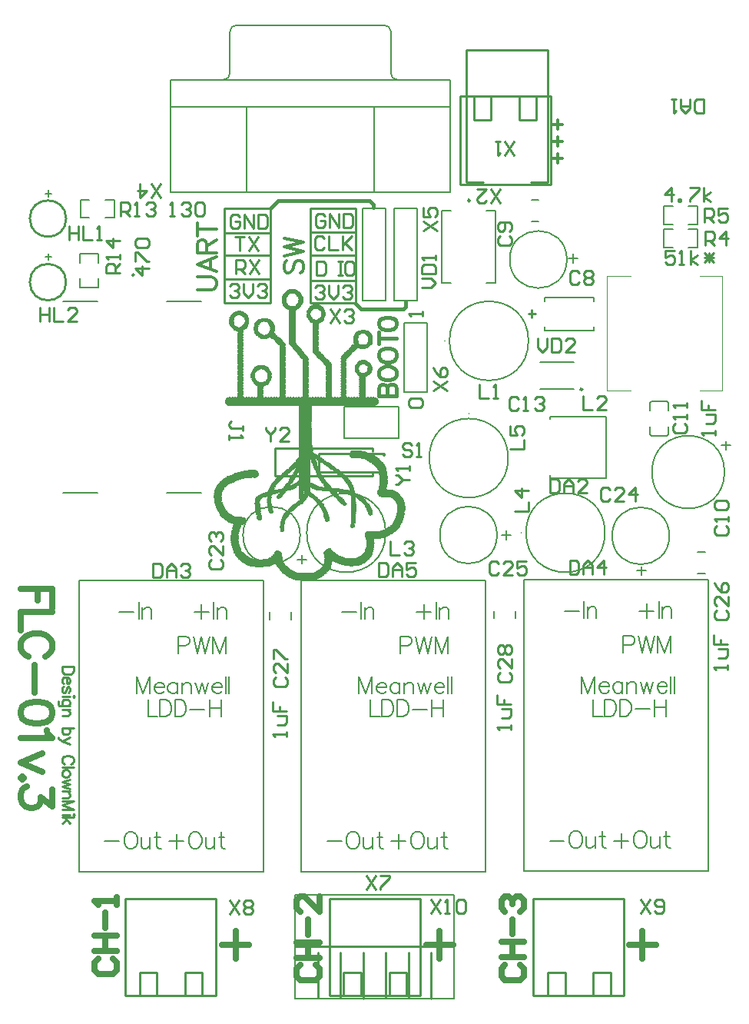
<source format=gto>
G04*
G04 #@! TF.GenerationSoftware,Altium Limited,Altium Designer,19.1.8 (144)*
G04*
G04 Layer_Color=65535*
%FSLAX24Y24*%
%MOIN*%
G70*
G01*
G75*
%ADD10C,0.0079*%
%ADD11C,0.0098*%
%ADD12C,0.0100*%
%ADD13C,0.0050*%
%ADD14C,0.0059*%
%ADD15C,0.0157*%
%ADD16C,0.0039*%
%ADD17C,0.0030*%
%ADD18C,0.0118*%
%ADD19C,0.0140*%
%ADD20C,0.0276*%
%ADD21C,0.0091*%
%ADD22C,0.0256*%
%ADD23C,0.0078*%
D10*
X12517Y20126D02*
G03*
X12517Y20126I-1240J0D01*
G01*
X16230Y20236D02*
G03*
X16230Y20236I-1713J0D01*
G01*
X16468Y20235D02*
G03*
X16468Y20235I-17J0D01*
G01*
X21059Y20138D02*
G03*
X21059Y20138I-1240J0D01*
G01*
X30931Y22867D02*
G03*
X30931Y22867I-1575J0D01*
G01*
X28535Y20102D02*
G03*
X28535Y20102I-1240J0D01*
G01*
X21543Y23474D02*
G03*
X21543Y23474I-1713J0D01*
G01*
X19848Y25408D02*
G03*
X19848Y25408I-17J0D01*
G01*
X25743Y20236D02*
G03*
X25743Y20236I-1713J0D01*
G01*
X22114Y20237D02*
G03*
X22114Y20237I-17J0D01*
G01*
X18794Y28557D02*
G03*
X18794Y28557I-17J0D01*
G01*
X22423Y28556D02*
G03*
X22423Y28556I-1713J0D01*
G01*
X24092Y32084D02*
G03*
X24092Y32084I-1240J0D01*
G01*
X5324Y31410D02*
G03*
X5324Y31410I-56J0D01*
G01*
X9199Y39884D02*
G03*
X9472Y40157I0J274D01*
G01*
X9748Y42244D02*
G03*
X9474Y41970I0J-274D01*
G01*
X16453Y40157D02*
G03*
X16726Y39884I274J0D01*
G01*
X16451Y41970D02*
G03*
X16177Y42244I-274J0D01*
G01*
X22924Y27639D02*
X24381D01*
X22924Y26458D02*
X24381D01*
X22924Y27619D02*
Y27639D01*
X23850Y27619D02*
X24381D01*
X22924Y26458D02*
Y26477D01*
X23850D02*
X24381D01*
X12303Y32D02*
Y4540D01*
X19193D01*
Y32D02*
Y4540D01*
X12303Y32D02*
X19193D01*
X1447Y32193D02*
X1722D01*
X1585Y32055D02*
Y32331D01*
X1447Y34949D02*
X1722D01*
X1585Y34811D02*
Y35087D01*
X15221Y34300D02*
X16221D01*
Y30300D02*
Y34300D01*
X15221Y30300D02*
Y34300D01*
Y30300D02*
X16221D01*
X22549Y34676D02*
X22864D01*
X22549Y33731D02*
X22864D01*
X21873Y16531D02*
Y16846D01*
X20928Y16531D02*
Y16846D01*
X29774Y19417D02*
X30089D01*
X29774Y18472D02*
X30089D01*
X12131Y16483D02*
Y16798D01*
X11186Y16483D02*
Y16798D01*
X17020Y29350D02*
X18020D01*
Y26350D02*
Y29350D01*
X17020Y26350D02*
X18020D01*
X17020D02*
Y29350D01*
X6900Y38701D02*
X19026D01*
Y35000D02*
Y39882D01*
X6900Y35000D02*
Y39882D01*
X9748Y42244D02*
X16177D01*
X6900Y35000D02*
X19026D01*
X15718Y35000D02*
Y38701D01*
X6900Y39882D02*
X19026D01*
X10207Y35000D02*
Y38701D01*
X9472Y40157D02*
Y41968D01*
X16453Y40157D02*
Y41968D01*
X16597Y34300D02*
X17597D01*
Y30300D02*
Y34300D01*
X16597Y30300D02*
Y34300D01*
Y30300D02*
X17597D01*
X18677Y31076D02*
X19070D01*
X18677D02*
Y34186D01*
X19070D01*
X20606Y31076D02*
X20999D01*
Y34186D01*
X20606D02*
X20999D01*
D11*
X24765Y26458D02*
G03*
X24765Y26458I-49J0D01*
G01*
X19887Y34639D02*
G03*
X19887Y34639I-49J0D01*
G01*
D12*
X2362Y31102D02*
G03*
X2362Y31102I-787J0D01*
G01*
Y33858D02*
G03*
X2362Y33858I-787J0D01*
G01*
X16141Y23605D02*
X16147Y23610D01*
Y23654D01*
X16151Y22870D02*
Y22916D01*
X16147Y22866D02*
X16151Y22870D01*
X13336Y22866D02*
X16147D01*
X13336D02*
Y23654D01*
X16147D01*
X15675Y22709D02*
Y22797D01*
X11428Y22709D02*
X15675D01*
X11428Y22709D02*
X11428Y22709D01*
X11428Y22709D02*
Y23890D01*
X15675Y23762D02*
Y23890D01*
X11428D02*
X15675D01*
X22574Y29569D02*
Y29904D01*
X22422Y29737D02*
X22725D01*
X11228Y34295D02*
Y34295D01*
X14928Y30179D02*
X14928D01*
X19724Y35434D02*
X20472D01*
X22519D02*
X23267D01*
X19724Y41162D02*
X21495D01*
X19724Y35434D02*
Y41162D01*
X23267Y35434D02*
Y41162D01*
X21495D02*
X23267D01*
X12303Y2286D02*
X19193D01*
X13287Y71D02*
Y2040D01*
X14272Y71D02*
Y2020D01*
X15256Y51D02*
Y2020D01*
X16240Y71D02*
Y2020D01*
X17224Y71D02*
Y2020D01*
X18209Y51D02*
Y2020D01*
X10179Y34296D02*
X11194D01*
X12948Y30187D02*
X14938D01*
Y34299D01*
X14927Y34309D02*
X14938Y34299D01*
X12948Y34309D02*
X14927D01*
X12948Y30187D02*
Y34309D01*
X12990Y31162D02*
X14925Y31158D01*
X12986Y32283D02*
X14921D01*
X12997Y33265D02*
X14937D01*
X9290Y33250D02*
X11231D01*
X9279Y32267D02*
X11215D01*
X9290Y31235D02*
X11225Y31231D01*
X9242Y30205D02*
Y34294D01*
X11230D01*
X11231Y30205D02*
Y34283D01*
X9242Y30205D02*
X11231D01*
X22766Y38139D02*
Y39163D01*
X22018Y38139D02*
X22766D01*
X22018D02*
Y39163D01*
X20797Y38139D02*
Y39123D01*
X20049Y38139D02*
X20797D01*
X20049D02*
Y39163D01*
X19459D02*
X23396D01*
Y35344D02*
Y39163D01*
X19459Y35344D02*
X23396D01*
X19459D02*
Y39163D01*
X23268Y157D02*
Y1181D01*
X24016D01*
Y157D02*
Y1181D01*
X25236Y197D02*
Y1181D01*
X25984D01*
Y157D02*
Y1181D01*
X22638Y157D02*
X26575D01*
X22638D02*
Y4370D01*
X26575D01*
Y157D02*
Y4370D01*
X14409Y157D02*
Y1181D01*
X15157D01*
Y157D02*
Y1181D01*
X16378Y197D02*
Y1181D01*
X17126D01*
Y157D02*
Y1181D01*
X13780Y157D02*
X17717D01*
X13780D02*
Y4370D01*
X17717D01*
Y157D02*
Y4370D01*
X5551Y157D02*
Y1181D01*
X6299D01*
Y157D02*
Y1181D01*
X7520Y197D02*
Y1181D01*
X8268D01*
Y157D02*
Y1181D01*
X4921Y157D02*
X8858D01*
X4921D02*
Y4370D01*
X8858D01*
Y157D02*
Y4370D01*
X30542Y24455D02*
Y24655D01*
Y24555D01*
X29943D01*
X30042Y24455D01*
X30142Y24955D02*
X30442D01*
X30542Y25055D01*
Y25355D01*
X30142D01*
X29943Y25955D02*
Y25555D01*
X30242D01*
Y25755D01*
Y25555D01*
X30542D01*
X31074Y14298D02*
Y14498D01*
Y14398D01*
X30475D01*
X30575Y14298D01*
X30674Y14798D02*
X30974D01*
X31074Y14898D01*
Y15197D01*
X30674D01*
X30475Y15797D02*
Y15397D01*
X30774D01*
Y15597D01*
Y15397D01*
X31074D01*
X21654Y11693D02*
Y11892D01*
Y11793D01*
X21055D01*
X21154Y11693D01*
X21254Y12192D02*
X21554D01*
X21654Y12292D01*
Y12592D01*
X21254D01*
X21055Y13192D02*
Y12792D01*
X21354D01*
Y12992D01*
Y12792D01*
X21654D01*
X11912Y11409D02*
Y11608D01*
Y11509D01*
X11313D01*
X11413Y11409D01*
X11513Y11908D02*
X11812D01*
X11912Y12008D01*
Y12308D01*
X11513D01*
X11313Y12908D02*
Y12508D01*
X11613D01*
Y12708D01*
Y12508D01*
X11912D01*
X5949Y31689D02*
X5349D01*
X5649Y31389D01*
Y31789D01*
X5349Y31989D02*
Y32388D01*
X5449D01*
X5849Y31989D01*
X5949D01*
X5449Y32588D02*
X5349Y32688D01*
Y32888D01*
X5449Y32988D01*
X5849D01*
X5949Y32888D01*
Y32688D01*
X5849Y32588D01*
X5449D01*
X6845Y33955D02*
X7045D01*
X6945D01*
Y34555D01*
X6845Y34455D01*
X7345D02*
X7445Y34555D01*
X7645D01*
X7745Y34455D01*
Y34355D01*
X7645Y34255D01*
X7545D01*
X7645D01*
X7745Y34155D01*
Y34055D01*
X7645Y33955D01*
X7445D01*
X7345Y34055D01*
X7945Y34455D02*
X8044Y34555D01*
X8244D01*
X8344Y34455D01*
Y34055D01*
X8244Y33955D01*
X8044D01*
X7945Y34055D01*
Y34455D01*
X28764Y32477D02*
X28364D01*
Y32177D01*
X28564Y32277D01*
X28664D01*
X28764Y32177D01*
Y31977D01*
X28664Y31877D01*
X28464D01*
X28364Y31977D01*
X28964Y31877D02*
X29164D01*
X29064D01*
Y32477D01*
X28964Y32377D01*
X29463Y31877D02*
Y32477D01*
Y32077D02*
X29763Y32277D01*
X29463Y32077D02*
X29763Y31877D01*
X30063Y32377D02*
X30463Y31977D01*
X30063D02*
X30463Y32377D01*
X30063Y32177D02*
X30463D01*
X30263Y31977D02*
Y32377D01*
X28622Y34615D02*
Y35214D01*
X28322Y34915D01*
X28722D01*
X28922Y34615D02*
Y34715D01*
X29022D01*
Y34615D01*
X28922D01*
X29422Y35214D02*
X29822D01*
Y35114D01*
X29422Y34715D01*
Y34615D01*
X30022D02*
Y35214D01*
Y34815D02*
X30322Y35014D01*
X30022Y34815D02*
X30322Y34615D01*
X14772Y32008D02*
X14572D01*
X14472Y31908D01*
Y31508D01*
X14572Y31408D01*
X14772D01*
X14872Y31508D01*
Y31908D01*
X14772Y32008D01*
X14173Y32006D02*
X14373D01*
X14273D01*
Y31407D01*
X14173D01*
X14373D01*
X13165Y30878D02*
X13265Y30978D01*
X13465D01*
X13565Y30878D01*
Y30778D01*
X13465Y30678D01*
X13365D01*
X13465D01*
X13565Y30578D01*
Y30478D01*
X13465Y30378D01*
X13265D01*
X13165Y30478D01*
X13765Y30978D02*
Y30578D01*
X13965Y30378D01*
X14165Y30578D01*
Y30978D01*
X14365Y30878D02*
X14465Y30978D01*
X14665D01*
X14765Y30878D01*
Y30778D01*
X14665Y30678D01*
X14565D01*
X14665D01*
X14765Y30578D01*
Y30478D01*
X14665Y30378D01*
X14465D01*
X14365Y30478D01*
X9741Y31468D02*
Y32067D01*
X10041D01*
X10141Y31967D01*
Y31768D01*
X10041Y31668D01*
X9741D01*
X9941D02*
X10141Y31468D01*
X10341Y32067D02*
X10740Y31468D01*
Y32067D02*
X10341Y31468D01*
X9683Y33069D02*
X10083D01*
X9883D01*
Y32470D01*
X10282Y33069D02*
X10682Y32470D01*
Y33069D02*
X10282Y32470D01*
X13593Y33957D02*
X13493Y34057D01*
X13293D01*
X13193Y33957D01*
Y33557D01*
X13293Y33457D01*
X13493D01*
X13593Y33557D01*
Y33757D01*
X13393D01*
X13793Y33457D02*
Y34057D01*
X14193Y33457D01*
Y34057D01*
X14393D02*
Y33457D01*
X14693D01*
X14793Y33557D01*
Y33957D01*
X14693Y34057D01*
X14393D01*
X17332Y25667D02*
X17232Y25767D01*
Y25967D01*
X17332Y26067D01*
X17732D01*
X17832Y25967D01*
Y25767D01*
X17732Y25667D01*
X17332D01*
X17832Y29636D02*
Y29836D01*
Y29736D01*
X17232D01*
X17332Y29636D01*
X9887Y33941D02*
X9787Y34041D01*
X9587D01*
X9487Y33941D01*
Y33541D01*
X9587Y33441D01*
X9787D01*
X9887Y33541D01*
Y33741D01*
X9687D01*
X10087Y33441D02*
Y34041D01*
X10486Y33441D01*
Y34041D01*
X10686D02*
Y33441D01*
X10986D01*
X11086Y33541D01*
Y33941D01*
X10986Y34041D01*
X10686D01*
X13554Y32994D02*
X13455Y33094D01*
X13255D01*
X13155Y32994D01*
Y32594D01*
X13255Y32494D01*
X13455D01*
X13554Y32594D01*
X13754Y33094D02*
Y32494D01*
X14154D01*
X14354Y33094D02*
Y32494D01*
Y32694D01*
X14754Y33094D01*
X14454Y32794D01*
X14754Y32494D01*
X13220Y31999D02*
Y31399D01*
X13520D01*
X13620Y31499D01*
Y31899D01*
X13520Y31999D01*
X13220D01*
X9456Y30920D02*
X9556Y31020D01*
X9756D01*
X9856Y30920D01*
Y30820D01*
X9756Y30720D01*
X9656D01*
X9756D01*
X9856Y30620D01*
Y30520D01*
X9756Y30420D01*
X9556D01*
X9456Y30520D01*
X10056Y31020D02*
Y30620D01*
X10255Y30420D01*
X10455Y30620D01*
Y31020D01*
X10655Y30920D02*
X10755Y31020D01*
X10955D01*
X11055Y30920D01*
Y30820D01*
X10955Y30720D01*
X10855D01*
X10955D01*
X11055Y30620D01*
Y30520D01*
X10955Y30420D01*
X10755D01*
X10655Y30520D01*
X11038Y24805D02*
Y24705D01*
X11238Y24505D01*
X11438Y24705D01*
Y24805D01*
X11238Y24505D02*
Y24205D01*
X12037D02*
X11638D01*
X12037Y24605D01*
Y24705D01*
X11938Y24805D01*
X11738D01*
X11638Y24705D01*
X21992Y26038D02*
X21892Y26138D01*
X21692D01*
X21592Y26038D01*
Y25639D01*
X21692Y25539D01*
X21892D01*
X21992Y25639D01*
X22192Y25539D02*
X22392D01*
X22292D01*
Y26138D01*
X22192Y26038D01*
X22692D02*
X22792Y26138D01*
X22992D01*
X23092Y26038D01*
Y25938D01*
X22992Y25839D01*
X22892D01*
X22992D01*
X23092Y25739D01*
Y25639D01*
X22992Y25539D01*
X22792D01*
X22692Y25639D01*
X16671Y22336D02*
X16771D01*
X16971Y22536D01*
X16771Y22736D01*
X16671D01*
X16971Y22536D02*
X17271D01*
Y22936D02*
Y23136D01*
Y23036D01*
X16671D01*
X16771Y22936D01*
X21637Y23871D02*
X22236D01*
Y24271D01*
X21637Y24871D02*
Y24471D01*
X21936D01*
X21836Y24671D01*
Y24771D01*
X21936Y24871D01*
X22136D01*
X22236Y24771D01*
Y24571D01*
X22136Y24471D01*
X21826Y21161D02*
X22426D01*
Y21561D01*
Y22061D02*
X21826D01*
X22126Y21761D01*
Y22161D01*
X16419Y19877D02*
Y19277D01*
X16819D01*
X17019Y19777D02*
X17119Y19877D01*
X17319D01*
X17419Y19777D01*
Y19677D01*
X17319Y19577D01*
X17219D01*
X17319D01*
X17419Y19477D01*
Y19377D01*
X17319Y19277D01*
X17119D01*
X17019Y19377D01*
X21130Y18885D02*
X21030Y18985D01*
X20830D01*
X20730Y18885D01*
Y18485D01*
X20830Y18385D01*
X21030D01*
X21130Y18485D01*
X21729Y18385D02*
X21329D01*
X21729Y18785D01*
Y18885D01*
X21629Y18985D01*
X21429D01*
X21329Y18885D01*
X22329Y18985D02*
X21929D01*
Y18685D01*
X22129Y18785D01*
X22229D01*
X22329Y18685D01*
Y18485D01*
X22229Y18385D01*
X22029D01*
X21929Y18485D01*
X25976Y22095D02*
X25876Y22195D01*
X25676D01*
X25576Y22095D01*
Y21695D01*
X25676Y21595D01*
X25876D01*
X25976Y21695D01*
X26576Y21595D02*
X26176D01*
X26576Y21995D01*
Y22095D01*
X26476Y22195D01*
X26276D01*
X26176Y22095D01*
X27076Y21595D02*
Y22195D01*
X26776Y21895D01*
X27176D01*
X8675Y19078D02*
X8575Y18978D01*
Y18778D01*
X8675Y18678D01*
X9075D01*
X9175Y18778D01*
Y18978D01*
X9075Y19078D01*
X9175Y19678D02*
Y19278D01*
X8775Y19678D01*
X8675D01*
X8575Y19578D01*
Y19378D01*
X8675Y19278D01*
Y19877D02*
X8575Y19977D01*
Y20177D01*
X8675Y20277D01*
X8775D01*
X8875Y20177D01*
Y20077D01*
Y20177D01*
X8975Y20277D01*
X9075D01*
X9175Y20177D01*
Y19977D01*
X9075Y19877D01*
X24794Y26176D02*
Y25577D01*
X25194D01*
X25794D02*
X25394D01*
X25794Y25976D01*
Y26076D01*
X25694Y26176D01*
X25494D01*
X25394Y26076D01*
X30588Y20532D02*
X30488Y20432D01*
Y20232D01*
X30588Y20132D01*
X30988D01*
X31088Y20232D01*
Y20432D01*
X30988Y20532D01*
X31088Y20732D02*
Y20932D01*
Y20832D01*
X30488D01*
X30588Y20732D01*
Y21232D02*
X30488Y21332D01*
Y21532D01*
X30588Y21632D01*
X30988D01*
X31088Y21532D01*
Y21332D01*
X30988Y21232D01*
X30588D01*
X21786Y36606D02*
X21387Y37206D01*
Y36606D02*
X21786Y37206D01*
X21187D02*
X20987D01*
X21087D01*
Y36606D01*
X21187Y36706D01*
X15403Y5369D02*
X15802Y4769D01*
Y5369D02*
X15403Y4769D01*
X16002Y5369D02*
X16402D01*
Y5269D01*
X16002Y4869D01*
Y4769D01*
X1230Y29989D02*
Y29390D01*
Y29690D01*
X1630D01*
Y29989D01*
Y29390D01*
X1830Y29989D02*
Y29390D01*
X2229D01*
X2829D02*
X2429D01*
X2829Y29790D01*
Y29890D01*
X2729Y29989D01*
X2529D01*
X2429Y29890D01*
X2493Y33522D02*
Y32922D01*
Y33222D01*
X2893D01*
Y33522D01*
Y32922D01*
X3093Y33522D02*
Y32922D01*
X3493D01*
X3693D02*
X3893D01*
X3793D01*
Y33522D01*
X3693Y33422D01*
X13819Y29929D02*
X14219Y29329D01*
Y29929D02*
X13819Y29329D01*
X14419Y29829D02*
X14519Y29929D01*
X14719D01*
X14819Y29829D01*
Y29729D01*
X14719Y29629D01*
X14619D01*
X14719D01*
X14819Y29529D01*
Y29429D01*
X14719Y29329D01*
X14519D01*
X14419Y29429D01*
X30066Y33691D02*
Y34291D01*
X30366D01*
X30466Y34191D01*
Y33991D01*
X30366Y33891D01*
X30066D01*
X30266D02*
X30466Y33691D01*
X31066Y34291D02*
X30666D01*
Y33991D01*
X30866Y34091D01*
X30966D01*
X31066Y33991D01*
Y33791D01*
X30966Y33691D01*
X30766D01*
X30666Y33791D01*
X22824Y28678D02*
Y28278D01*
X23024Y28078D01*
X23224Y28278D01*
Y28678D01*
X23424D02*
Y28078D01*
X23723D01*
X23823Y28178D01*
Y28578D01*
X23723Y28678D01*
X23424D01*
X24423Y28078D02*
X24023D01*
X24423Y28478D01*
Y28578D01*
X24323Y28678D01*
X24123D01*
X24023Y28578D01*
X21187Y14152D02*
X21087Y14052D01*
Y13852D01*
X21187Y13752D01*
X21587D01*
X21687Y13852D01*
Y14052D01*
X21587Y14152D01*
X21687Y14752D02*
Y14352D01*
X21287Y14752D01*
X21187D01*
X21087Y14652D01*
Y14452D01*
X21187Y14352D01*
Y14952D02*
X21087Y15052D01*
Y15252D01*
X21187Y15352D01*
X21287D01*
X21387Y15252D01*
X21487Y15352D01*
X21587D01*
X21687Y15252D01*
Y15052D01*
X21587Y14952D01*
X21487D01*
X21387Y15052D01*
X21287Y14952D01*
X21187D01*
X21387Y15052D02*
Y15252D01*
X30584Y16864D02*
X30484Y16764D01*
Y16564D01*
X30584Y16464D01*
X30984D01*
X31084Y16564D01*
Y16764D01*
X30984Y16864D01*
X31084Y17464D02*
Y17064D01*
X30684Y17464D01*
X30584D01*
X30484Y17364D01*
Y17164D01*
X30584Y17064D01*
X30484Y18064D02*
X30584Y17864D01*
X30784Y17664D01*
X30984D01*
X31084Y17764D01*
Y17964D01*
X30984Y18064D01*
X30884D01*
X30784Y17964D01*
Y17664D01*
X11460Y13973D02*
X11360Y13873D01*
Y13673D01*
X11460Y13573D01*
X11860D01*
X11960Y13673D01*
Y13873D01*
X11860Y13973D01*
X11960Y14573D02*
Y14173D01*
X11560Y14573D01*
X11460D01*
X11360Y14473D01*
Y14273D01*
X11460Y14173D01*
X11360Y14773D02*
Y15173D01*
X11460D01*
X11860Y14773D01*
X11960D01*
X21191Y33085D02*
X21091Y32985D01*
Y32785D01*
X21191Y32685D01*
X21591D01*
X21691Y32785D01*
Y32985D01*
X21591Y33085D01*
Y33285D02*
X21691Y33385D01*
Y33585D01*
X21591Y33685D01*
X21191D01*
X21091Y33585D01*
Y33385D01*
X21191Y33285D01*
X21291D01*
X21391Y33385D01*
Y33685D01*
X23373Y22557D02*
Y21957D01*
X23673D01*
X23773Y22057D01*
Y22457D01*
X23673Y22557D01*
X23373D01*
X23973Y21957D02*
Y22357D01*
X24173Y22557D01*
X24373Y22357D01*
Y21957D01*
Y22257D01*
X23973D01*
X24973Y21957D02*
X24573D01*
X24973Y22357D01*
Y22457D01*
X24873Y22557D01*
X24673D01*
X24573Y22457D01*
X28808Y24971D02*
X28708Y24871D01*
Y24671D01*
X28808Y24571D01*
X29208D01*
X29308Y24671D01*
Y24871D01*
X29208Y24971D01*
X29308Y25171D02*
Y25371D01*
Y25271D01*
X28708D01*
X28808Y25171D01*
X29308Y25671D02*
Y25871D01*
Y25771D01*
X28708D01*
X28808Y25671D01*
X18192Y4342D02*
X18592Y3742D01*
Y4342D02*
X18192Y3742D01*
X18792D02*
X18992D01*
X18892D01*
Y4342D01*
X18792Y4242D01*
X19292D02*
X19391Y4342D01*
X19591D01*
X19691Y4242D01*
Y3842D01*
X19591Y3742D01*
X19391D01*
X19292Y3842D01*
Y4242D01*
X27302Y4329D02*
X27702Y3729D01*
Y4329D02*
X27302Y3729D01*
X27902Y3829D02*
X28002Y3729D01*
X28202D01*
X28302Y3829D01*
Y4229D01*
X28202Y4329D01*
X28002D01*
X27902Y4229D01*
Y4129D01*
X28002Y4029D01*
X28302D01*
X9444Y4297D02*
X9844Y3697D01*
Y4297D02*
X9444Y3697D01*
X10044Y4197D02*
X10144Y4297D01*
X10344D01*
X10444Y4197D01*
Y4097D01*
X10344Y3997D01*
X10444Y3897D01*
Y3797D01*
X10344Y3697D01*
X10144D01*
X10044Y3797D01*
Y3897D01*
X10144Y3997D01*
X10044Y4097D01*
Y4197D01*
X10144Y3997D02*
X10344D01*
X18283Y26391D02*
X18882Y26791D01*
X18283D02*
X18882Y26391D01*
X18283Y27391D02*
X18383Y27191D01*
X18582Y26991D01*
X18782D01*
X18882Y27091D01*
Y27291D01*
X18782Y27391D01*
X18682D01*
X18582Y27291D01*
Y26991D01*
X17874Y33321D02*
X18473Y33721D01*
X17874D02*
X18473Y33321D01*
X17874Y34321D02*
Y33921D01*
X18173D01*
X18073Y34121D01*
Y34221D01*
X18173Y34321D01*
X18373D01*
X18473Y34221D01*
Y34021D01*
X18373Y33921D01*
X6475Y34767D02*
X6075Y35367D01*
Y34767D02*
X6475Y35367D01*
X5576D02*
Y34767D01*
X5875Y35067D01*
X5476D01*
X21187Y34528D02*
X20787Y35127D01*
Y34528D02*
X21187Y35127D01*
X20187D02*
X20587D01*
X20187Y34728D01*
Y34628D01*
X20287Y34528D01*
X20487D01*
X20587Y34628D01*
X17809Y30882D02*
X18209D01*
X18409Y31082D01*
X18209Y31282D01*
X17809D01*
Y31482D02*
X18409D01*
Y31782D01*
X18309Y31882D01*
X17909D01*
X17809Y31782D01*
Y31482D01*
X18409Y32082D02*
Y32282D01*
Y32182D01*
X17809D01*
X17909Y32082D01*
X17371Y24038D02*
X17271Y24138D01*
X17071D01*
X16971Y24038D01*
Y23938D01*
X17071Y23838D01*
X17271D01*
X17371Y23738D01*
Y23638D01*
X17271Y23538D01*
X17071D01*
X16971Y23638D01*
X17571Y23538D02*
X17771D01*
X17671D01*
Y24138D01*
X17571Y24038D01*
X4707Y31488D02*
X4107D01*
Y31788D01*
X4207Y31888D01*
X4407D01*
X4507Y31788D01*
Y31488D01*
Y31688D02*
X4707Y31888D01*
Y32088D02*
Y32288D01*
Y32188D01*
X4107D01*
X4207Y32088D01*
X4707Y32887D02*
X4107D01*
X4407Y32588D01*
Y32987D01*
X4739Y33956D02*
Y34555D01*
X5039D01*
X5139Y34455D01*
Y34255D01*
X5039Y34155D01*
X4739D01*
X4939D02*
X5139Y33956D01*
X5339D02*
X5539D01*
X5439D01*
Y34555D01*
X5339Y34455D01*
X5839D02*
X5939Y34555D01*
X6139D01*
X6239Y34455D01*
Y34355D01*
X6139Y34255D01*
X6039D01*
X6139D01*
X6239Y34155D01*
Y34056D01*
X6139Y33956D01*
X5939D01*
X5839Y34056D01*
X30103Y32695D02*
Y33295D01*
X30403D01*
X30503Y33195D01*
Y32995D01*
X30403Y32895D01*
X30103D01*
X30303D02*
X30503Y32695D01*
X31002D02*
Y33295D01*
X30702Y32995D01*
X31102D01*
X20295Y26655D02*
Y26056D01*
X20695D01*
X20895D02*
X21095D01*
X20995D01*
Y26655D01*
X20895Y26556D01*
X10012Y24677D02*
Y24877D01*
Y24777D01*
X9513D01*
X9413Y24877D01*
Y24977D01*
X9513Y25076D01*
X9413Y24477D02*
Y24277D01*
Y24377D01*
X10012D01*
X9912Y24477D01*
X15925Y18946D02*
Y18346D01*
X16225D01*
X16325Y18446D01*
Y18846D01*
X16225Y18946D01*
X15925D01*
X16525Y18346D02*
Y18746D01*
X16725Y18946D01*
X16925Y18746D01*
Y18346D01*
Y18646D01*
X16525D01*
X17525Y18946D02*
X17125D01*
Y18646D01*
X17325Y18746D01*
X17425D01*
X17525Y18646D01*
Y18446D01*
X17425Y18346D01*
X17225D01*
X17125Y18446D01*
X24211Y19035D02*
Y18435D01*
X24510D01*
X24610Y18535D01*
Y18935D01*
X24510Y19035D01*
X24211D01*
X24810Y18435D02*
Y18835D01*
X25010Y19035D01*
X25210Y18835D01*
Y18435D01*
Y18735D01*
X24810D01*
X25710Y18435D02*
Y19035D01*
X25410Y18735D01*
X25810D01*
X6122Y18907D02*
Y18307D01*
X6422D01*
X6522Y18407D01*
Y18807D01*
X6422Y18907D01*
X6122D01*
X6722Y18307D02*
Y18707D01*
X6922Y18907D01*
X7122Y18707D01*
Y18307D01*
Y18607D01*
X6722D01*
X7322Y18807D02*
X7422Y18907D01*
X7622D01*
X7722Y18807D01*
Y18707D01*
X7622Y18607D01*
X7522D01*
X7622D01*
X7722Y18507D01*
Y18407D01*
X7622Y18307D01*
X7422D01*
X7322Y18407D01*
X30014Y38446D02*
Y39046D01*
X29714D01*
X29614Y38946D01*
Y38546D01*
X29714Y38446D01*
X30014D01*
X29414Y39046D02*
Y38646D01*
X29214Y38446D01*
X29014Y38646D01*
Y39046D01*
Y38746D01*
X29414D01*
X28814Y39046D02*
X28614D01*
X28714D01*
Y38446D01*
X28814Y38546D01*
X24617Y31514D02*
X24517Y31614D01*
X24317D01*
X24217Y31514D01*
Y31114D01*
X24317Y31014D01*
X24517D01*
X24617Y31114D01*
X24817Y31514D02*
X24917Y31614D01*
X25117D01*
X25217Y31514D01*
Y31414D01*
X25117Y31314D01*
X25217Y31214D01*
Y31114D01*
X25117Y31014D01*
X24917D01*
X24817Y31114D01*
Y31214D01*
X24917Y31314D01*
X24817Y31414D01*
Y31514D01*
X24917Y31314D02*
X25117D01*
D13*
X23125Y29014D02*
Y29183D01*
X25251Y29014D02*
Y29183D01*
Y30270D02*
Y30439D01*
X23125Y30270D02*
Y30439D01*
Y29014D02*
X25251D01*
X23125Y30439D02*
X25251D01*
X6729Y30264D02*
X8229D01*
X6729Y21965D02*
X8229D01*
X2229D02*
X3729D01*
X2229Y30264D02*
X3729D01*
X23356Y25163D02*
Y25270D01*
Y22616D02*
Y22722D01*
Y22616D02*
X25805D01*
Y25270D01*
X23356D02*
X25805D01*
X22232Y5567D02*
Y18189D01*
Y5567D02*
X30224D01*
Y18189D01*
X22232D02*
X30224D01*
X12570Y5539D02*
Y18161D01*
Y5539D02*
X20562D01*
Y18161D01*
X12570D02*
X20562D01*
X2924Y5539D02*
Y18161D01*
Y5539D02*
X10916D01*
Y18161D01*
X2924D02*
X10916D01*
X14434Y25707D02*
X16796D01*
Y24329D02*
Y25707D01*
X14434Y24329D02*
X16796D01*
X14434D02*
Y25707D01*
D14*
X28289Y34397D02*
X28682D01*
X28289Y33610D02*
X28682D01*
X28289D02*
Y34397D01*
X29765Y33610D02*
Y34397D01*
X29371D02*
X29765D01*
X29371Y33610D02*
X29765D01*
X28412Y25922D02*
X28481Y25853D01*
Y25528D02*
Y25853D01*
X27763Y25922D02*
X28412D01*
X27694Y25853D02*
X27763Y25922D01*
X27694Y25528D02*
Y25853D01*
Y24514D02*
X27763Y24446D01*
X27694Y24514D02*
Y24839D01*
X27763Y24446D02*
X28412D01*
X28481Y24515D01*
Y24839D01*
X4065Y33890D02*
X4459D01*
X4065Y34678D02*
X4459D01*
Y33890D02*
Y34678D01*
X2983Y33890D02*
Y34678D01*
Y33890D02*
X3376D01*
X2983Y34678D02*
X3376D01*
X2962Y30861D02*
Y31255D01*
X3749Y30861D02*
Y31255D01*
X2962Y30861D02*
X3749D01*
X2962Y32337D02*
X3749D01*
X2962Y31944D02*
Y32337D01*
X3749Y31944D02*
Y32337D01*
X29371Y32598D02*
X29765D01*
X29371Y33386D02*
X29765D01*
Y32598D02*
Y33386D01*
X28289Y32598D02*
Y33386D01*
Y32598D02*
X28682D01*
X28289Y33386D02*
X28682D01*
X12399Y19082D02*
X12793D01*
X12596Y19279D02*
Y18885D01*
X21270Y20137D02*
X21663D01*
X21467Y20333D02*
Y19940D01*
X31001Y23824D02*
Y24218D01*
X30805Y24021D02*
X31198D01*
X27334Y18783D02*
Y18389D01*
X27530Y18586D02*
X27137D01*
X24171Y32123D02*
X24564D01*
X24368Y32320D02*
Y31927D01*
D15*
X15708Y34339D02*
Y34464D01*
X15537Y34636D02*
X15708Y34464D01*
X17099Y30035D02*
Y30246D01*
X16998Y29934D02*
X17099Y30035D01*
X11569Y34636D02*
X15537D01*
X11228Y34295D02*
X11569Y34636D01*
X15173Y29934D02*
X16998D01*
X14928Y30179D02*
X15173Y29934D01*
X15918Y26153D02*
X16705D01*
X15918D02*
Y26491D01*
X15955Y26603D01*
X15993Y26641D01*
X16068Y26678D01*
X16143D01*
X16218Y26641D01*
X16255Y26603D01*
X16293Y26491D01*
Y26153D02*
Y26491D01*
X16330Y26603D01*
X16368Y26641D01*
X16442Y26678D01*
X16555D01*
X16630Y26641D01*
X16667Y26603D01*
X16705Y26491D01*
Y26153D01*
X15918Y27079D02*
X15955Y27004D01*
X16030Y26929D01*
X16105Y26892D01*
X16218Y26854D01*
X16405D01*
X16517Y26892D01*
X16592Y26929D01*
X16667Y27004D01*
X16705Y27079D01*
Y27229D01*
X16667Y27304D01*
X16592Y27379D01*
X16517Y27417D01*
X16405Y27454D01*
X16218D01*
X16105Y27417D01*
X16030Y27379D01*
X15955Y27304D01*
X15918Y27229D01*
Y27079D01*
Y27863D02*
X15955Y27788D01*
X16030Y27713D01*
X16105Y27675D01*
X16218Y27638D01*
X16405D01*
X16517Y27675D01*
X16592Y27713D01*
X16667Y27788D01*
X16705Y27863D01*
Y28013D01*
X16667Y28088D01*
X16592Y28163D01*
X16517Y28200D01*
X16405Y28238D01*
X16218D01*
X16105Y28200D01*
X16030Y28163D01*
X15955Y28088D01*
X15918Y28013D01*
Y27863D01*
Y28684D02*
X16705D01*
X15918Y28421D02*
Y28946D01*
Y29265D02*
X15955Y29152D01*
X16068Y29077D01*
X16255Y29040D01*
X16368D01*
X16555Y29077D01*
X16667Y29152D01*
X16705Y29265D01*
Y29340D01*
X16667Y29452D01*
X16555Y29527D01*
X16368Y29565D01*
X16255D01*
X16068Y29527D01*
X15955Y29452D01*
X15918Y29340D01*
Y29265D01*
D16*
X29856Y26407D02*
X30840D01*
X29856Y31367D02*
X30840D01*
X25840Y26407D02*
X26864D01*
X25840Y31367D02*
X26864D01*
X25840Y26407D02*
Y31367D01*
X30840Y26407D02*
Y31367D01*
D17*
X9161Y20885D02*
X9311D01*
Y20765D02*
X9431D01*
X9041Y21005D02*
X9191D01*
X9101Y21125D02*
X9311D01*
X8981D02*
X9071D01*
X8951Y21185D02*
X9311D01*
X8921Y21215D02*
X9281D01*
X9221Y21245D02*
X9251D01*
X8981D02*
X9191D01*
X8921D02*
X8951D01*
X8891Y21275D02*
X9251D01*
X8891Y21305D02*
X9221D01*
X8861Y21335D02*
X9221D01*
X9101Y21365D02*
X9191D01*
X8861D02*
X9071D01*
X8861Y21395D02*
X9191D01*
X8831Y21425D02*
X9161D01*
X8831Y21455D02*
X9161D01*
X8981Y21485D02*
X9131D01*
X8831D02*
X8951D01*
X8831Y21515D02*
X9131D01*
X8801Y21545D02*
X9131D01*
X8861Y21605D02*
X9071D01*
X8801D02*
X8831D01*
X8801Y21635D02*
X9101D01*
X8801Y21665D02*
X9101D01*
X8801Y21695D02*
X9101D01*
X8801Y21575D02*
X9131D01*
X9221Y21005D02*
X9431D01*
X9041Y21035D02*
X9521D01*
X9011Y21065D02*
X9461D01*
X8981Y21095D02*
X9401D01*
X9341Y21125D02*
X9371D01*
X8951Y21155D02*
X9341D01*
X8771Y21755D02*
X9101D01*
X8801Y21785D02*
X9101D01*
X8771Y21815D02*
X9101D01*
X8861Y21845D02*
X9071D01*
X8771D02*
X8831D01*
X8771Y21875D02*
X9101D01*
X8801Y21905D02*
X9101D01*
X8771Y21935D02*
X9101D01*
X8981Y21965D02*
X9101D01*
X8801D02*
X8951D01*
X8801Y21995D02*
X9101D01*
X8801Y22025D02*
X9131D01*
X8801Y22055D02*
X9131D01*
X9101Y22085D02*
X9131D01*
X8861D02*
X9071D01*
X8801D02*
X8831D01*
Y22115D02*
X9161D01*
X8831Y22145D02*
X9191D01*
X8831Y22175D02*
X9191D01*
X8981Y22205D02*
X9191D01*
X8861D02*
X8951D01*
X8861Y22235D02*
X9251D01*
X8891Y22265D02*
X9281D01*
X9101Y22325D02*
X9311D01*
X8921D02*
X9071D01*
X9011Y22445D02*
X9191D01*
X8891Y22295D02*
X9341D01*
Y22325D02*
X9371D01*
X8981Y22385D02*
X9491D01*
X8981Y22415D02*
X9521D01*
X9221Y22445D02*
X9431D01*
X8951Y22355D02*
X9431D01*
X9161Y22565D02*
X9311D01*
X9341Y22685D02*
X9431D01*
X9251Y25865D02*
X9311D01*
X9431Y26135D02*
X9461D01*
X9251Y25985D02*
X9431D01*
X9881Y19085D02*
X9911D01*
X9821Y19205D02*
X10031D01*
X9761D02*
X9791D01*
X9701Y19295D02*
X10121D01*
Y18905D02*
X10151D01*
X9941Y19085D02*
X10151D01*
X10061Y19205D02*
X10271D01*
X9731Y19235D02*
X10211D01*
X9701Y19265D02*
X10151D01*
X9641Y19355D02*
X10061D01*
X9641Y19385D02*
X10031D01*
X9611Y19415D02*
X10001D01*
X9821Y19445D02*
X9971D01*
X9611D02*
X9791D01*
X9611Y19475D02*
X9941D01*
X9581Y19505D02*
X9941D01*
X9581Y19535D02*
X9911D01*
X9701Y19565D02*
X9911D01*
X9581D02*
X9671D01*
X9821Y19685D02*
X9851D01*
X9581D02*
X9791D01*
X9701Y19805D02*
X9821D01*
X9581Y19925D02*
X9791D01*
X9701Y20045D02*
X9821D01*
X9581Y20165D02*
X9791D01*
X9701Y20285D02*
X9821D01*
Y20405D02*
X9851D01*
X9581D02*
X9791D01*
X9581Y20495D02*
X9911D01*
X9701Y20525D02*
X9911D01*
X9581D02*
X9671D01*
X9581Y20555D02*
X9941D01*
X9611Y20585D02*
X9971D01*
X9611Y20615D02*
X10031D01*
X10061Y20645D02*
X10091D01*
X9821D02*
X10031D01*
X9581D02*
X9791D01*
X10061Y20885D02*
X10091D01*
X9821D02*
X10031D01*
X9581D02*
X9791D01*
X9941Y20765D02*
X10121D01*
X9701D02*
X9911D01*
X9821Y22565D02*
X9911D01*
X9581D02*
X9791D01*
X9701Y22685D02*
X9911D01*
X9821Y22805D02*
X10031D01*
X9611D02*
X9791D01*
X9941Y22685D02*
X10151D01*
X10061Y22805D02*
X10271D01*
X10061Y22925D02*
X10151D01*
X9821Y25865D02*
X10031D01*
X9581D02*
X9791D01*
X9701Y25985D02*
X9911D01*
X9821Y26105D02*
X10031D01*
X9581D02*
X9791D01*
X9761Y26135D02*
X10061D01*
X9671D02*
X9701D01*
X9791Y26165D02*
X10031D01*
X9791Y26195D02*
X10001D01*
X9941Y26225D02*
X10031D01*
X9791D02*
X9911D01*
X9791Y26255D02*
X10031D01*
X9791Y26285D02*
X10031D01*
X9791Y26315D02*
X10001D01*
X9821Y26345D02*
X10031D01*
X9791Y26405D02*
X10031D01*
X9791Y26435D02*
X10001D01*
X9941Y26465D02*
X10031D01*
X9791D02*
X9911D01*
X9791Y26495D02*
X10031D01*
X10271Y26135D02*
X10301D01*
X9791Y26375D02*
X10031D01*
X10061Y25865D02*
X10271D01*
X9941Y25985D02*
X10151D01*
X10061Y26105D02*
X10271D01*
X10151Y26135D02*
X10181D01*
X9791Y26555D02*
X10001D01*
X9821Y26585D02*
X10031D01*
X9791Y26615D02*
X10031D01*
X9791Y26645D02*
X10031D01*
X9791Y26675D02*
X10001D01*
X9941Y26705D02*
X10031D01*
X9791D02*
X9911D01*
X9791Y26735D02*
X10031D01*
X9791Y26765D02*
X10031D01*
X9791Y26795D02*
X10001D01*
X9821Y26825D02*
X10031D01*
X9791Y26855D02*
X10031D01*
X9791Y26885D02*
X10031D01*
X9791Y26915D02*
X10001D01*
X9941Y26945D02*
X10031D01*
X9791D02*
X9911D01*
X9791Y26975D02*
X10031D01*
X9791Y27005D02*
X10031D01*
X9791Y27035D02*
X10001D01*
X9821Y27065D02*
X10031D01*
X9791Y27095D02*
X10031D01*
X9791Y27125D02*
X10031D01*
X9941Y27185D02*
X10031D01*
X9791D02*
X9911D01*
X9791Y27215D02*
X10031D01*
X9791Y27245D02*
X10031D01*
X9791Y27275D02*
X10001D01*
X9791Y27155D02*
X10001D01*
X9791Y27335D02*
X10031D01*
X9791Y27365D02*
X10031D01*
X9791Y27395D02*
X10001D01*
X9941Y27425D02*
X10031D01*
X9791D02*
X9911D01*
X9791Y27455D02*
X10031D01*
X9791Y27485D02*
X10031D01*
X9791Y27515D02*
X10001D01*
X9821Y27545D02*
X10031D01*
X9791Y27575D02*
X10031D01*
X9791Y27605D02*
X10031D01*
X9791Y27635D02*
X10001D01*
X9941Y27665D02*
X10031D01*
X9791D02*
X9911D01*
X9791Y27695D02*
X10031D01*
X9791Y27725D02*
X10031D01*
X9791Y27755D02*
X10001D01*
X9821Y27785D02*
X10031D01*
X9791Y27815D02*
X10031D01*
X9791Y27845D02*
X10031D01*
X9791Y27875D02*
X10001D01*
X9941Y27905D02*
X10031D01*
X9791D02*
X9911D01*
X9791Y27935D02*
X10031D01*
X9791Y27995D02*
X10001D01*
X9821Y28025D02*
X10031D01*
X9791Y28055D02*
X10001D01*
X9941Y28085D02*
X10031D01*
X9791D02*
X9911D01*
X9791Y27965D02*
X10031D01*
X9791Y28145D02*
X10031D01*
X9791Y28175D02*
X10001D01*
X9821Y28205D02*
X10031D01*
X9791Y28235D02*
X10031D01*
X9791Y28265D02*
X10031D01*
X9791Y28295D02*
X10001D01*
X9941Y28325D02*
X10031D01*
X9791D02*
X9911D01*
X9791Y28355D02*
X10031D01*
X9791Y28385D02*
X10031D01*
X9791Y28415D02*
X10001D01*
X9821Y28445D02*
X10031D01*
X9791Y28475D02*
X10031D01*
X9791Y28505D02*
X10031D01*
X9791Y28535D02*
X10001D01*
X9941Y28565D02*
X10031D01*
X9791D02*
X9911D01*
X9791Y28595D02*
X10031D01*
X9791Y28625D02*
X10031D01*
X9791Y28655D02*
X10001D01*
X9821Y28685D02*
X10031D01*
X9791Y28715D02*
X10031D01*
X9791Y28745D02*
X10031D01*
X9941Y28805D02*
X10031D01*
X9791D02*
X9911D01*
X9791Y28835D02*
X10031D01*
X9791Y28865D02*
X10031D01*
X9791Y28895D02*
X10001D01*
X9791Y28775D02*
X10001D01*
X9791Y28955D02*
X10031D01*
X9791Y28985D02*
X10031D01*
X9731Y29015D02*
X10031D01*
X9941Y29045D02*
X10031D01*
X9701D02*
X9911D01*
X9641D02*
X9671D01*
X9611Y29075D02*
X10091D01*
X9881Y29165D02*
X10031D01*
X9581D02*
X9791D01*
X9581Y29405D02*
X9611D01*
X10001Y29645D02*
X10031D01*
X9581D02*
X9701D01*
X10181Y29285D02*
X10241D01*
X10181Y29525D02*
X10271D01*
X9581Y29105D02*
X10151D01*
X10061Y29165D02*
X10181D01*
X9971Y29195D02*
X10211D01*
X10001Y29225D02*
X10211D01*
X10031Y29255D02*
X10241D01*
X10061Y29285D02*
X10151D01*
X10091Y29315D02*
X10271D01*
X10091Y29345D02*
X10271D01*
X10091Y29375D02*
X10271D01*
X10121Y29405D02*
X10271D01*
X10121Y29435D02*
X10271D01*
X10121Y29465D02*
X10271D01*
X10091Y29495D02*
X10271D01*
X10091Y29525D02*
X10151D01*
X10061Y29585D02*
X10241D01*
X10031Y29615D02*
X10241D01*
X10061Y29645D02*
X10211D01*
X9941Y29675D02*
X10211D01*
X10091Y29555D02*
X10271D01*
X9941Y29765D02*
X10121D01*
X9701D02*
X9911D01*
X9581D02*
X9671D01*
X9611Y29795D02*
X10061D01*
X9701Y29825D02*
X10031D01*
X9791Y29855D02*
X9941D01*
X10571Y18755D02*
X10901D01*
X10541Y18785D02*
X10751D01*
X10421D02*
X10511D01*
X10661Y18905D02*
X10871D01*
X10421D02*
X10631D01*
X10661Y19085D02*
X10691D01*
X10421D02*
X10631D01*
X11021Y18785D02*
X11081D01*
X10781D02*
X10991D01*
X10901Y18905D02*
X11111D01*
X10901Y19085D02*
X11111D01*
X10691Y20795D02*
X10781D01*
X10661Y20825D02*
X10811D01*
X10631Y20855D02*
X10811D01*
X10781Y20885D02*
X10811D01*
X10631D02*
X10751D01*
X10631Y20945D02*
X10811D01*
X10631Y20975D02*
X10811D01*
X10661Y21005D02*
X10811D01*
X10601Y21035D02*
X10781D01*
X10601Y21065D02*
X10781D01*
X10601Y21095D02*
X10781D01*
X10601Y21125D02*
X10751D01*
X10601Y21155D02*
X10781D01*
X10601Y21185D02*
X10781D01*
X10571Y21215D02*
X10781D01*
X10661Y21245D02*
X10751D01*
X10571D02*
X10631D01*
X10571Y21275D02*
X10751D01*
X10571Y21305D02*
X10751D01*
X10571Y21335D02*
X10751D01*
X10571Y21365D02*
X10751D01*
X10571Y21395D02*
X10751D01*
X10571Y21425D02*
X10751D01*
X10571Y21455D02*
X10751D01*
X10661Y21485D02*
X10751D01*
X10541D02*
X10631D01*
X10571Y21515D02*
X10751D01*
X10541Y21545D02*
X10721D01*
X10571Y21605D02*
X10721D01*
X10571Y21635D02*
X10751D01*
X10571Y21665D02*
X10751D01*
X10571Y21695D02*
X10781D01*
X11081Y21485D02*
X11111D01*
X10571Y21575D02*
X10721D01*
X10601Y21755D02*
X10871D01*
X10601Y21785D02*
X10931D01*
X10661Y21845D02*
X10751D01*
X10631Y21815D02*
X11021D01*
X10781Y21845D02*
X10991D01*
X10901Y21965D02*
X11111D01*
X10481Y22625D02*
X10571D01*
X10361D02*
X10391D01*
X10421Y22685D02*
X10631D01*
X10541Y22805D02*
X10691D01*
X10421Y22925D02*
X10631D01*
X10541Y25865D02*
X10751D01*
X10661Y25985D02*
X10871D01*
X10421D02*
X10631D01*
X10541Y26105D02*
X10751D01*
X10811Y26135D02*
X10901D01*
X10631D02*
X10781D01*
X10511D02*
X10541D01*
X10391D02*
X10421D01*
X10661Y26165D02*
X10901D01*
X10661Y26195D02*
X10901D01*
X10661Y26225D02*
X10871D01*
X10661Y26255D02*
X10901D01*
X10661Y26285D02*
X10901D01*
X10661Y26315D02*
X10901D01*
X10781Y26345D02*
X10901D01*
X10661D02*
X10751D01*
X10661Y26405D02*
X10901D01*
X10661Y26435D02*
X10901D01*
X10661Y26465D02*
X10871D01*
X10661Y26495D02*
X10901D01*
X10991Y26135D02*
X11021D01*
X10661Y26375D02*
X10901D01*
X10781Y25865D02*
X10991D01*
X10901Y25985D02*
X11111D01*
X10781Y26105D02*
X10991D01*
X10661Y26555D02*
X10901D01*
X10781Y26585D02*
X10901D01*
X10661D02*
X10751D01*
X10661Y26615D02*
X10931D01*
X10661Y26705D02*
X10871D01*
X10541D02*
X10631D01*
X10481Y26765D02*
X10811D01*
X10451Y26795D02*
X10691D01*
X10541Y26825D02*
X10631D01*
X10421D02*
X10511D01*
X10421Y26855D02*
X10601D01*
X10391Y26885D02*
X10571D01*
X10391Y26915D02*
X10571D01*
X10421Y26945D02*
X10571D01*
X10361Y26975D02*
X10541D01*
X10361Y27005D02*
X10541D01*
X10361Y27035D02*
X10541D01*
X10361Y27065D02*
X10511D01*
X10361Y27095D02*
X10541D01*
X10361Y27125D02*
X10541D01*
X10421Y27185D02*
X10571D01*
X10391Y27215D02*
X10571D01*
X10421Y27245D02*
X10601D01*
X10421Y27275D02*
X10631D01*
X11081Y26945D02*
X11111D01*
X11081Y27185D02*
X11111D01*
X10391Y27155D02*
X10541D01*
X10601Y26645D02*
X10991D01*
X10571Y26675D02*
X11081D01*
X10901Y26705D02*
X11111D01*
X10451Y27335D02*
X10751D01*
X10661Y27425D02*
X10871D01*
X10541D02*
X10631D01*
X10511Y27395D02*
X11111D01*
X10901Y27425D02*
X11081D01*
X10601Y27455D02*
X11021D01*
X10661Y27485D02*
X10961D01*
X10691Y28766D02*
X10901D01*
X10601Y28826D02*
X10901D01*
X10571Y28856D02*
X10811D01*
X10781Y28676D02*
X11051D01*
X10751Y28706D02*
X11141D01*
X10931Y28766D02*
X11141D01*
X10541Y28916D02*
X10751D01*
X10511Y28946D02*
X10721D01*
X10511Y28976D02*
X10691D01*
X10511Y29006D02*
X10661D01*
X10481Y29036D02*
X10661D01*
X10481Y29066D02*
X10661D01*
X10481Y29096D02*
X10661D01*
X10571Y29126D02*
X10661D01*
X10481D02*
X10541D01*
X10481Y29156D02*
X10661D01*
X10511Y29186D02*
X10661D01*
X10511Y29216D02*
X10691D01*
X10511Y29246D02*
X10661D01*
X10511Y29276D02*
X10721D01*
X10541Y29306D02*
X10721D01*
X10541Y29336D02*
X10751D01*
X10571Y29366D02*
X10781D01*
X10601Y29396D02*
X10901D01*
X10691Y29486D02*
X10901D01*
X10931D02*
X11141D01*
X10811Y29546D02*
X11081D01*
X10721Y29516D02*
X11141D01*
X11531Y18785D02*
X11711D01*
X11471Y18905D02*
X11591D01*
X11621Y19085D02*
X11711D01*
X11381D02*
X11591D01*
X11501Y19205D02*
X11711D01*
X11261D02*
X11471D01*
X11261Y19235D02*
X11681D01*
X11321Y19265D02*
X11681D01*
X11321Y19295D02*
X11681D01*
X11171Y19175D02*
X11711D01*
X11621Y18665D02*
X11831D01*
X11741Y18785D02*
X11921D01*
X11501Y18815D02*
X11891D01*
X11501Y18845D02*
X11861D01*
X11471Y18875D02*
X11831D01*
X11621Y18905D02*
X11831D01*
X11441Y18935D02*
X11801D01*
X11381Y19355D02*
X11681D01*
X11381Y19385D02*
X11651D01*
X11381Y19415D02*
X11651D01*
X11501Y19445D02*
X11621D01*
X11411D02*
X11471D01*
Y19475D02*
X11561D01*
X11651Y20405D02*
X11711D01*
X11651Y20645D02*
X11711D01*
X11651Y20315D02*
X11771D01*
X11651Y20345D02*
X11801D01*
X11651Y20375D02*
X11801D01*
X11741Y20405D02*
X11801D01*
X11651Y20435D02*
X11801D01*
X11621Y20465D02*
X11801D01*
X11621Y20495D02*
X11801D01*
X11621Y20525D02*
X11801D01*
X11651Y20555D02*
X11801D01*
X11651Y20585D02*
X11801D01*
X11651Y20615D02*
X11801D01*
X11741Y20645D02*
X11831D01*
X11651Y20675D02*
X11831D01*
X11651Y20705D02*
X11831D01*
X11651Y20735D02*
X11831D01*
X11681Y20795D02*
X11861D01*
X11681Y20825D02*
X11861D01*
X11711Y20855D02*
X11891D01*
X11741Y20885D02*
X11891D01*
X11681Y20765D02*
X11831D01*
X11201Y21095D02*
X11291D01*
X11261Y21125D02*
X11321D01*
X11171D02*
X11231D01*
X11171Y21155D02*
X11321D01*
X11771Y21005D02*
X11831D01*
X11501Y21755D02*
X11651D01*
X11501Y21785D02*
X11651D01*
X11501Y21815D02*
X11681D01*
X11501Y21845D02*
X11711D01*
X11381Y21965D02*
X11531D01*
X11501Y22085D02*
X11711D01*
X11261D02*
X11471D01*
X11171Y22145D02*
X11351D01*
X11171Y22175D02*
X11381D01*
X11201Y22205D02*
X11351D01*
X11201Y22235D02*
X11411D01*
X11231Y22265D02*
X11411D01*
X11231Y22295D02*
X11441D01*
X11261Y22325D02*
X11471D01*
X11291Y22385D02*
X11501D01*
X11291Y22415D02*
X11531D01*
X11381Y22445D02*
X11561D01*
X11321D02*
X11351D01*
Y22475D02*
X11591D01*
X11801Y22205D02*
X11831D01*
X11261Y22355D02*
X11501D01*
X11531Y21875D02*
X11741D01*
X11561Y21905D02*
X11771D01*
X11561Y21935D02*
X11801D01*
X11621Y21965D02*
X11831D01*
X11411Y22535D02*
X11651D01*
X11501Y22565D02*
X11681D01*
X11441D02*
X11471D01*
X11561Y22685D02*
X11591D01*
X11471Y22595D02*
X11741D01*
X11501Y22625D02*
X11771D01*
X11531Y22655D02*
X11801D01*
X11621Y22685D02*
X11831D01*
X11591Y22715D02*
X11861D01*
X11621Y22745D02*
X11891D01*
X11501Y25865D02*
X11711D01*
X11261D02*
X11471D01*
X11381Y25985D02*
X11591D01*
X11501Y26105D02*
X11711D01*
X11261D02*
X11471D01*
Y26135D02*
X11501D01*
X11351D02*
X11381D01*
X11231D02*
X11261D01*
X11621Y26345D02*
X11711D01*
X11621Y25985D02*
X11831D01*
X11591Y26135D02*
X11861D01*
X11621Y26165D02*
X11861D01*
X11621Y26195D02*
X11861D01*
X11621Y26225D02*
X11831D01*
X11621Y26255D02*
X11861D01*
X11621Y26285D02*
X11861D01*
X11621Y26315D02*
X11861D01*
X11741Y26345D02*
X11861D01*
X11621Y26405D02*
X11861D01*
X11621Y26435D02*
X11861D01*
X11621Y26465D02*
X11831D01*
X11621Y26495D02*
X11861D01*
X11621Y26375D02*
X11861D01*
X11621Y26585D02*
X11711D01*
X11621Y26825D02*
X11711D01*
X11621Y27065D02*
X11711D01*
X11621Y26555D02*
X11861D01*
X11741Y26585D02*
X11861D01*
X11621Y26615D02*
X11861D01*
X11621Y26645D02*
X11861D01*
X11621Y26675D02*
X11861D01*
X11621Y26705D02*
X11831D01*
X11621Y26735D02*
X11861D01*
X11621Y26765D02*
X11861D01*
X11621Y26795D02*
X11861D01*
X11741Y26825D02*
X11861D01*
X11621Y26855D02*
X11861D01*
X11621Y26885D02*
X11861D01*
X11621Y26915D02*
X11861D01*
X11621Y26945D02*
X11831D01*
X11621Y26975D02*
X11861D01*
X11621Y27005D02*
X11861D01*
X11621Y27035D02*
X11861D01*
X11741Y27065D02*
X11861D01*
X11621Y27095D02*
X11861D01*
X11621Y27125D02*
X11861D01*
X11621Y27185D02*
X11831D01*
X11621Y27215D02*
X11861D01*
X11621Y27245D02*
X11861D01*
X11621Y27275D02*
X11861D01*
X11621Y27155D02*
X11861D01*
X11621Y27545D02*
X11711D01*
X11621Y27785D02*
X11711D01*
X11621Y28025D02*
X11711D01*
X11621Y27335D02*
X11861D01*
X11621Y27365D02*
X11861D01*
X11621Y27395D02*
X11861D01*
X11621Y27425D02*
X11831D01*
X11621Y27455D02*
X11861D01*
X11621Y27485D02*
X11861D01*
X11621Y27515D02*
X11861D01*
X11741Y27545D02*
X11861D01*
X11621Y27575D02*
X11861D01*
X11621Y27605D02*
X11861D01*
X11621Y27635D02*
X11861D01*
X11621Y27665D02*
X11831D01*
X11621Y27695D02*
X11861D01*
X11621Y27725D02*
X11861D01*
X11621Y27755D02*
X11861D01*
X11741Y27785D02*
X11861D01*
X11621Y27815D02*
X11861D01*
X11621Y27845D02*
X11861D01*
X11621Y27875D02*
X11861D01*
X11621Y27905D02*
X11831D01*
X11621Y27935D02*
X11861D01*
X11621Y27995D02*
X11861D01*
X11741Y28025D02*
X11861D01*
X11621Y28055D02*
X11861D01*
X11621Y28085D02*
X11831D01*
X11621Y27965D02*
X11861D01*
X11621Y28205D02*
X11711D01*
X11531Y28445D02*
X11711D01*
X11411Y28565D02*
X11591D01*
X11381Y28595D02*
X11711D01*
X11351Y28625D02*
X11681D01*
X11321Y28655D02*
X11651D01*
X11501Y28685D02*
X11621D01*
X11291D02*
X11471D01*
X11261Y28676D02*
X11621D01*
X11231Y28706D02*
X11591D01*
X11411Y28766D02*
X11501D01*
X11621Y28145D02*
X11861D01*
X11621Y28175D02*
X11861D01*
X11741Y28205D02*
X11861D01*
X11621Y28235D02*
X11861D01*
X11621Y28265D02*
X11861D01*
X11621Y28295D02*
X11861D01*
X11621Y28325D02*
X11831D01*
X11621Y28355D02*
X11861D01*
X11591Y28385D02*
X11861D01*
X11561Y28415D02*
X11861D01*
X11741Y28445D02*
X11861D01*
X11501Y28475D02*
X11831D01*
X11471Y28505D02*
X11801D01*
X11441Y28535D02*
X11771D01*
X11621Y28565D02*
X11741D01*
X11201Y29006D02*
X11381D01*
X11201Y29036D02*
X11381D01*
X11231Y29066D02*
X11381D01*
X11201Y29096D02*
X11381D01*
X11291Y29126D02*
X11381D01*
X11231D02*
X11261D01*
X11201Y29156D02*
X11381D01*
X11201Y29186D02*
X11381D01*
X11201Y29216D02*
X11381D01*
X11291Y29366D02*
X11321D01*
X11861Y30245D02*
X11891D01*
X11861Y30485D02*
X11921D01*
X11741Y30185D02*
X11921D01*
X11741Y30215D02*
X11921D01*
X11741Y30245D02*
X11831D01*
X11711Y30275D02*
X11891D01*
X11711Y30305D02*
X11891D01*
X11711Y30335D02*
X11891D01*
X11711Y30395D02*
X11891D01*
X11711Y30425D02*
X11891D01*
X11741Y30455D02*
X11921D01*
X11741Y30485D02*
X11831D01*
X11741Y30365D02*
X11891D01*
X12221Y18305D02*
X12431D01*
X12041D02*
X12191D01*
X12101Y18425D02*
X12311D01*
X12401Y18185D02*
X12551D01*
X12461Y18305D02*
X12671D01*
X12341Y18425D02*
X12551D01*
X12221Y18545D02*
X12311D01*
X11981D02*
X12191D01*
X11981Y21125D02*
X12071D01*
X12101Y21245D02*
X12221D01*
X11981D02*
X12071D01*
X11981Y21275D02*
X12251D01*
X12041Y21305D02*
X12281D01*
X12071Y21335D02*
X12341D01*
X12221Y21365D02*
X12371D01*
X12101D02*
X12191D01*
X12131Y21395D02*
X12401D01*
X12161Y21425D02*
X12461D01*
X12191Y21455D02*
X12491D01*
X12251Y21485D02*
X12311D01*
X12401Y21605D02*
X12431D01*
X12341Y21485D02*
X12551D01*
X12281Y21515D02*
X12581D01*
X12341Y21545D02*
X12611D01*
X12461Y21605D02*
X12671D01*
X12431Y21635D02*
X12701D01*
X12371Y21575D02*
X12641D01*
X11981Y22085D02*
X12011D01*
X12101Y22205D02*
X12311D01*
X12221Y22325D02*
X12431D01*
X12161D02*
X12191D01*
X11981D02*
X12071D01*
X12101Y22445D02*
X12161D01*
X11981D02*
X12071D01*
X11981Y22475D02*
X12191D01*
X12581Y21965D02*
X12641D01*
X12581Y22205D02*
X12641D01*
X12461Y21845D02*
X12671D01*
X12461Y21875D02*
X12641D01*
X12461Y21905D02*
X12641D01*
X12461Y21935D02*
X12641D01*
X12461Y21965D02*
X12551D01*
X12461Y21995D02*
X12641D01*
X12461Y22025D02*
X12641D01*
X12461Y22055D02*
X12641D01*
X12461Y22085D02*
X12641D01*
X12461Y22115D02*
X12641D01*
X12461Y22145D02*
X12641D01*
X12461Y22175D02*
X12641D01*
X12461Y22205D02*
X12551D01*
X12461Y22325D02*
X12671D01*
X12371Y22445D02*
X12551D01*
X12011Y22535D02*
X12221D01*
Y22565D02*
X12251D01*
X12041D02*
X12191D01*
X12071Y22595D02*
X12251D01*
X12071Y22625D02*
X12281D01*
X12101Y22655D02*
X12281D01*
X12101Y22685D02*
X12311D01*
X12131Y22715D02*
X12341D01*
X12161Y22745D02*
X12341D01*
X12161Y22775D02*
X12371D01*
X12221Y22805D02*
X12371D01*
X12191Y22835D02*
X12401D01*
X12221Y22865D02*
X12431D01*
X12251Y22925D02*
X12311D01*
X12101D02*
X12131D01*
X11981Y23015D02*
X12221D01*
X12341Y23045D02*
X12431D01*
X12221D02*
X12251D01*
X12011D02*
X12191D01*
X12041Y23075D02*
X12281D01*
X12071Y23105D02*
X12311D01*
X12251Y23285D02*
X12431D01*
X12131Y23165D02*
X12311D01*
X12461Y22565D02*
X12671D01*
X12461Y22685D02*
X12551D01*
X12461Y22805D02*
X12671D01*
X12341Y22925D02*
X12551D01*
X12461Y23045D02*
X12671D01*
X12461Y23285D02*
X12671D01*
X12341Y23165D02*
X12551D01*
X12341Y23405D02*
X12551D01*
X12461Y23525D02*
X12551D01*
X12461Y23645D02*
X12671D01*
X12461Y23765D02*
X12551D01*
X12461Y23885D02*
X12671D01*
X12461Y24005D02*
X12551D01*
X12461Y24245D02*
X12551D01*
X12461Y24365D02*
X12671D01*
X12461Y24485D02*
X12551D01*
X12461Y24605D02*
X12671D01*
X12461Y24725D02*
X12551D01*
X12461Y24845D02*
X12671D01*
X12461Y25025D02*
X12551D01*
X12461Y25145D02*
X12671D01*
X12461Y25265D02*
X12551D01*
X12461Y25385D02*
X12671D01*
X12461Y25505D02*
X12551D01*
X12461Y25625D02*
X12671D01*
X12221Y25865D02*
X12431D01*
X11981D02*
X12191D01*
X12101Y25985D02*
X12311D01*
X12221Y26105D02*
X12431D01*
X11981D02*
X12191D01*
X12431Y26135D02*
X12461D01*
X12311D02*
X12341D01*
X12191D02*
X12221D01*
X12071D02*
X12101D01*
X12611Y26345D02*
X12671D01*
X12461Y25745D02*
X12551D01*
X12461Y25865D02*
X12671D01*
X12341Y25985D02*
X12551D01*
X12461Y26105D02*
X12671D01*
X12611Y26585D02*
X12671D01*
X12611Y26825D02*
X12671D01*
X12611Y27065D02*
X12671D01*
X12401Y28025D02*
X12431D01*
X12611Y27545D02*
X12671D01*
X12581Y27785D02*
X12671D01*
X12581Y28085D02*
X12641D01*
X12491Y27905D02*
X12551D01*
X12401Y27995D02*
X12701D01*
X12461Y28025D02*
X12671D01*
X12371Y28055D02*
X12671D01*
X12341Y28085D02*
X12551D01*
X12221Y28205D02*
X12431D01*
X12191Y28235D02*
X12521D01*
X12191Y28265D02*
X12491D01*
X12161Y28295D02*
X12461D01*
X12341Y28325D02*
X12431D01*
X12131D02*
X12311D01*
X12101Y28355D02*
X12401D01*
X12101Y28385D02*
X12371D01*
X12071Y28415D02*
X12371D01*
X12221Y28445D02*
X12341D01*
X12041D02*
X12191D01*
X12041Y28475D02*
X12311D01*
X12041Y28505D02*
X12281D01*
X12041Y28535D02*
X12281D01*
X12101Y28565D02*
X12281D01*
X12041D02*
X12071D01*
X12041Y28595D02*
X12281D01*
X12041Y28625D02*
X12281D01*
X12041Y28655D02*
X12281D01*
X12221Y28685D02*
X12281D01*
X12041D02*
X12191D01*
X12041Y28715D02*
X12281D01*
X12041Y28745D02*
X12281D01*
X12101Y28805D02*
X12281D01*
X12041D02*
X12071D01*
X12041Y28835D02*
X12281D01*
X12041Y28865D02*
X12281D01*
X12041Y28895D02*
X12281D01*
X12041Y28775D02*
X12281D01*
Y28145D02*
X12581D01*
X12251Y28175D02*
X12551D01*
X12461Y28205D02*
X12551D01*
X12041Y28955D02*
X12281D01*
X12041Y28985D02*
X12281D01*
X12041Y29015D02*
X12281D01*
X12101Y29045D02*
X12281D01*
X12041D02*
X12071D01*
X12041Y29075D02*
X12281D01*
X12041Y29105D02*
X12281D01*
X12041Y29135D02*
X12281D01*
X12221Y29165D02*
X12281D01*
X12041D02*
X12191D01*
X12041Y29195D02*
X12281D01*
X12041Y29225D02*
X12281D01*
X12041Y29255D02*
X12281D01*
X12101Y29285D02*
X12281D01*
X12041D02*
X12071D01*
X12041Y29315D02*
X12281D01*
X12041Y29345D02*
X12281D01*
X12041Y29375D02*
X12281D01*
X12221Y29405D02*
X12281D01*
X12041D02*
X12191D01*
X12041Y29435D02*
X12281D01*
X12041Y29465D02*
X12281D01*
X12041Y29495D02*
X12281D01*
X12101Y29525D02*
X12281D01*
X12041D02*
X12071D01*
X12041Y29585D02*
X12281D01*
X12041Y29615D02*
X12281D01*
X12221Y29645D02*
X12281D01*
X12041D02*
X12191D01*
X12041Y29675D02*
X12281D01*
X12041Y29555D02*
X12281D01*
X12041Y29735D02*
X12281D01*
X12101Y29765D02*
X12281D01*
X12041D02*
X12071D01*
X12041Y29795D02*
X12281D01*
X12041Y29825D02*
X12281D01*
X12041Y29855D02*
X12281D01*
X12221Y29885D02*
X12281D01*
X12041D02*
X12191D01*
X12011Y29915D02*
X12311D01*
X12341Y30005D02*
X12461D01*
X12101D02*
X12311D01*
Y30095D02*
X12521D01*
X12341Y30125D02*
X12431D01*
X12581Y30245D02*
X12611D01*
X12461Y30125D02*
X12551D01*
X12371Y30155D02*
X12581D01*
X12401Y30185D02*
X12581D01*
X12401Y30215D02*
X12581D01*
X12431Y30245D02*
X12551D01*
X12431Y30275D02*
X12611D01*
X12431Y30305D02*
X12611D01*
X12431Y30335D02*
X12611D01*
X12431Y30395D02*
X12611D01*
X12431Y30425D02*
X12611D01*
X12431Y30455D02*
X12611D01*
X12401Y30485D02*
X12551D01*
X12461Y30365D02*
X12611D01*
X12461Y30605D02*
X12521D01*
X12281D02*
X12431D01*
X11981D02*
X12041D01*
X12341Y30725D02*
X12401D01*
X12101D02*
X12311D01*
X12041Y30785D02*
X12281D01*
X12371Y30545D02*
X12551D01*
X12341Y30575D02*
X12551D01*
X13061Y18185D02*
X13091D01*
X12821D02*
X13031D01*
X12941Y18305D02*
X13151D01*
X13061Y18425D02*
X13271D01*
X12821D02*
X13031D01*
X13181Y18305D02*
X13361D01*
X13301Y18425D02*
X13511D01*
X13121Y18545D02*
X13151D01*
X13181D02*
X13391D01*
X13361Y18665D02*
X13511D01*
X13091Y21695D02*
X13331D01*
X13451Y21245D02*
X13511D01*
X13361Y21365D02*
X13391D01*
X13301Y21455D02*
X13511D01*
X13301Y21485D02*
X13511D01*
X13271Y21515D02*
X13481D01*
X13241Y21545D02*
X13451D01*
X13181Y21605D02*
X13391D01*
X13151Y21635D02*
X13391D01*
X13121Y21665D02*
X13361D01*
X13211Y21575D02*
X13421D01*
X13001Y21755D02*
X13271D01*
X12941Y21785D02*
X13241D01*
X12911Y21815D02*
X13211D01*
X12941Y21845D02*
X13151D01*
X12881D02*
X12911D01*
X12821Y21965D02*
X13001D01*
X13061Y22205D02*
X13271D01*
X13001D02*
X13031D01*
X12821D02*
X12911D01*
X12941Y22325D02*
X13151D01*
X12821Y22445D02*
X12941D01*
X13421D02*
X13511D01*
X13301Y22085D02*
X13391D01*
X13301Y22205D02*
X13511D01*
X12941Y22235D02*
X13451D01*
X12821Y22685D02*
X12911D01*
X13181Y22925D02*
X13271D01*
X12821D02*
X12911D01*
X13151Y22955D02*
X13331D01*
X13121Y22985D02*
X13331D01*
X13121Y23015D02*
X13301D01*
X13181Y23045D02*
X13301D01*
X13121D02*
X13151D01*
X13091Y23075D02*
X13301D01*
X13091Y23105D02*
X13271D01*
X13091Y23135D02*
X13271D01*
X13061Y23195D02*
X13241D01*
X13061Y23225D02*
X13211D01*
X13031Y23255D02*
X13211D01*
X13181Y23285D02*
X13211D01*
X13031D02*
X13151D01*
X13061Y23165D02*
X13241D01*
X12821D02*
X12911D01*
X13361Y22565D02*
X13391D01*
X13301Y22625D02*
X13511D01*
X13301Y22655D02*
X13511D01*
X13301Y22685D02*
X13481D01*
X13271Y22715D02*
X13481D01*
X13241Y22745D02*
X13451D01*
X13241Y22775D02*
X13421D01*
X13211Y22805D02*
X13391D01*
X13211Y22835D02*
X13391D01*
X13181Y22865D02*
X13391D01*
X13181Y22895D02*
X13361D01*
X13301Y22925D02*
X13361D01*
X13001Y23345D02*
X13181D01*
X13001Y23375D02*
X13181D01*
X13241Y23405D02*
X13271D01*
X13061D02*
X13151D01*
X13001D02*
X13031D01*
X12821D02*
X12911D01*
X12971Y23435D02*
X13151D01*
X13061Y23525D02*
X13271D01*
X12941D02*
X13031D01*
X12821D02*
X12911D01*
X13181Y23645D02*
X13211D01*
X12941D02*
X13151D01*
X12821Y23765D02*
X13031D01*
X12941Y23885D02*
X13031D01*
X12821Y24005D02*
X13031D01*
X13301Y23405D02*
X13511D01*
X13211Y23435D02*
X13511D01*
X12971Y23465D02*
X13451D01*
X12971Y23495D02*
X13421D01*
X13301Y23525D02*
X13361D01*
X12821Y24245D02*
X13001D01*
X12941Y24365D02*
X13001D01*
X12821Y24485D02*
X13001D01*
X12941Y24605D02*
X13001D01*
X12821Y24725D02*
X13001D01*
X12941Y24845D02*
X12971D01*
X12821Y25025D02*
X12971D01*
X12941Y25145D02*
X13001D01*
X12821Y25265D02*
X13001D01*
X12941Y25385D02*
X13001D01*
X12821Y25505D02*
X13001D01*
X12941Y25625D02*
X13001D01*
X12821Y25745D02*
X13001D01*
X12941Y25865D02*
X13151D01*
X13061Y25985D02*
X13271D01*
X12821D02*
X13031D01*
X12941Y26105D02*
X13151D01*
X13271Y26135D02*
X13301D01*
X13151D02*
X13181D01*
X13031D02*
X13061D01*
X12911D02*
X12941D01*
X12821Y26225D02*
X12851D01*
X12821Y26465D02*
X12851D01*
X13391Y26135D02*
X13421D01*
X13181Y25865D02*
X13391D01*
X13301Y25985D02*
X13511D01*
X13181Y26105D02*
X13391D01*
X12821Y26705D02*
X12851D01*
X12821Y26945D02*
X12851D01*
X12821Y27185D02*
X12851D01*
X12821Y27425D02*
X12851D01*
X12821Y27665D02*
X12851D01*
X13211Y27905D02*
X13271D01*
X13091Y28025D02*
X13151D01*
X13061Y28085D02*
X13271D01*
X13451Y27665D02*
X13511D01*
X13331Y27785D02*
X13391D01*
X13301Y27905D02*
X13511D01*
X13181Y27935D02*
X13511D01*
X13121Y27995D02*
X13451D01*
X13181Y28025D02*
X13391D01*
X13061Y28055D02*
X13391D01*
X13301Y28085D02*
X13361D01*
X13151Y27965D02*
X13481D01*
X13061Y28145D02*
X13301D01*
X13061Y28175D02*
X13301D01*
X13181Y28205D02*
X13301D01*
X13061D02*
X13151D01*
X13061Y28235D02*
X13301D01*
X13061Y28265D02*
X13301D01*
X13061Y28295D02*
X13301D01*
X13061Y28325D02*
X13271D01*
X13061Y28355D02*
X13301D01*
X13061Y28385D02*
X13301D01*
X13061Y28415D02*
X13301D01*
X13181Y28445D02*
X13301D01*
X13061D02*
X13151D01*
X13061Y28475D02*
X13301D01*
X13061Y28505D02*
X13301D01*
X13061Y28535D02*
X13301D01*
X13061Y28565D02*
X13271D01*
X13061Y28595D02*
X13301D01*
X13061Y28625D02*
X13301D01*
X13061Y28655D02*
X13301D01*
X13181Y28685D02*
X13301D01*
X13061D02*
X13151D01*
X13061Y28715D02*
X13301D01*
X13061Y28745D02*
X13301D01*
X13061Y28805D02*
X13271D01*
X13061Y28835D02*
X13301D01*
X13061Y28865D02*
X13301D01*
X13061Y28895D02*
X13301D01*
X13061Y28775D02*
X13301D01*
X13061Y28955D02*
X13301D01*
X13061Y28985D02*
X13301D01*
X13061Y29015D02*
X13301D01*
X13061Y29045D02*
X13271D01*
X13061Y29075D02*
X13301D01*
X13061Y29105D02*
X13301D01*
X13061Y29135D02*
X13301D01*
X13181Y29165D02*
X13301D01*
X13061D02*
X13151D01*
X13061Y29195D02*
X13301D01*
X13061Y29225D02*
X13301D01*
X13061Y29255D02*
X13301D01*
X13061Y29285D02*
X13271D01*
X13061Y29315D02*
X13301D01*
X13061Y29345D02*
X13331D01*
X12941Y29405D02*
X13151D01*
X12851Y29495D02*
X13121D01*
X12851Y29525D02*
X13031D01*
X12821Y29585D02*
X13001D01*
X12791Y29615D02*
X12971D01*
X12941Y29645D02*
X12971D01*
X12791D02*
X12911D01*
X12791Y29675D02*
X12971D01*
X13421Y29405D02*
X13451D01*
X12821Y29555D02*
X13031D01*
X12971Y29375D02*
X13391D01*
X13181Y29405D02*
X13391D01*
X12911Y29435D02*
X13481D01*
X12881Y29465D02*
X13511D01*
X13271Y29495D02*
X13511D01*
X13301Y29525D02*
X13511D01*
X12791Y29735D02*
X12941D01*
X12821Y29765D02*
X12941D01*
X12791Y29795D02*
X12971D01*
X12791Y29825D02*
X12971D01*
X12791Y29855D02*
X13001D01*
X12941Y29885D02*
X13001D01*
X12821D02*
X12911D01*
X12821Y29915D02*
X13031D01*
X12851Y29945D02*
X13061D01*
X12851Y29975D02*
X13181D01*
X13061Y30005D02*
X13271D01*
X12881D02*
X13031D01*
X13181Y30125D02*
X13331D01*
X13061D02*
X13151D01*
X13421Y29765D02*
X13511D01*
X13361Y29885D02*
X13391D01*
X13211Y29975D02*
X13511D01*
X13301Y30005D02*
X13481D01*
X12911Y30035D02*
X13481D01*
X12941Y30065D02*
X13421D01*
X13001Y30095D02*
X13391D01*
X13661Y18785D02*
X13811D01*
X13781Y18905D02*
X13871D01*
X13571Y18935D02*
X13871D01*
X13571Y18965D02*
X13871D01*
X13571Y18995D02*
X13901D01*
X13571Y19025D02*
X13901D01*
X13781Y19085D02*
X13991D01*
X13601D02*
X13751D01*
X13901Y19205D02*
X14111D01*
X13661D02*
X13871D01*
X13571D02*
X13631D01*
X14201Y18905D02*
X14231D01*
X14021Y19085D02*
X14231D01*
X13571Y19235D02*
X14261D01*
X13571Y19265D02*
X14171D01*
X13571Y19295D02*
X14141D01*
X13901Y19445D02*
X13931D01*
X13661D02*
X13871D01*
X13571D02*
X13631D01*
X13601Y19475D02*
X13901D01*
X13631Y19505D02*
X13871D01*
X13661Y19535D02*
X13841D01*
X13781Y19565D02*
X13811D01*
X13721D02*
X13751D01*
X13631Y20735D02*
X13691D01*
X13601Y20795D02*
X13751D01*
X13601Y20825D02*
X13751D01*
X13571Y20855D02*
X13751D01*
X13661Y20885D02*
X13751D01*
X13571D02*
X13631D01*
X13601Y20765D02*
X13751D01*
X13661Y21125D02*
X13691D01*
X13961Y21845D02*
X14111D01*
X14021Y21965D02*
X14081D01*
X13841D02*
X13991D01*
X13811Y21995D02*
X14081D01*
X13901Y22085D02*
X14111D01*
X13661D02*
X13871D01*
X13781Y22205D02*
X13871D01*
X13571Y22235D02*
X13841D01*
X13571Y22265D02*
X13811D01*
X13661Y22325D02*
X13751D01*
X14051Y21755D02*
X14321D01*
X14021Y21785D02*
X14261D01*
X13991Y21815D02*
X14231D01*
X14141Y21845D02*
X14201D01*
X13931Y21875D02*
X14171D01*
X13901Y21905D02*
X14141D01*
X13871Y21935D02*
X14141D01*
X13961Y22925D02*
X13991D01*
X13841Y23015D02*
X14111D01*
X13901Y23045D02*
X14051D01*
X13781D02*
X13871D01*
X13751Y23075D02*
X14021D01*
X13721Y23105D02*
X13991D01*
X13661Y23135D02*
X13961D01*
X13571Y23195D02*
X13871D01*
X13661Y23285D02*
X13721D01*
X13781Y23165D02*
X13901D01*
X13631D02*
X13751D01*
X14021Y22865D02*
X14291D01*
X13991Y22895D02*
X14261D01*
X14021Y22925D02*
X14231D01*
X13931Y22955D02*
X14201D01*
X13871Y22985D02*
X14171D01*
X13901Y25865D02*
X14111D01*
X13661D02*
X13871D01*
X13781Y25985D02*
X13991D01*
X13901Y26105D02*
X14111D01*
X13661D02*
X13871D01*
X13991Y26135D02*
X14021D01*
X13631D02*
X13901D01*
X13631Y26165D02*
X13871D01*
X13631Y26195D02*
X13871D01*
X13781Y26225D02*
X13871D01*
X13631D02*
X13751D01*
X13631Y26255D02*
X13871D01*
X13631Y26285D02*
X13871D01*
X13631Y26315D02*
X13871D01*
X13661Y26345D02*
X13871D01*
X13631Y26405D02*
X13871D01*
X13631Y26435D02*
X13871D01*
X13781Y26465D02*
X13871D01*
X13631D02*
X13751D01*
X13631Y26495D02*
X13871D01*
X13631Y26375D02*
X13871D01*
X14021Y25985D02*
X14231D01*
X14111Y26135D02*
X14141D01*
X13631Y26555D02*
X13871D01*
X13661Y26585D02*
X13871D01*
X13631Y26615D02*
X13871D01*
X13631Y26645D02*
X13871D01*
X13631Y26675D02*
X13871D01*
X13781Y26705D02*
X13871D01*
X13631D02*
X13751D01*
X13631Y26735D02*
X13871D01*
X13631Y26765D02*
X13871D01*
X13631Y26795D02*
X13871D01*
X13661Y26825D02*
X13871D01*
X13631Y26855D02*
X13871D01*
X13631Y26885D02*
X13871D01*
X13631Y26915D02*
X13871D01*
X13781Y26945D02*
X13871D01*
X13631D02*
X13751D01*
X13631Y26975D02*
X13871D01*
X13631Y27005D02*
X13871D01*
X13631Y27035D02*
X13871D01*
X13661Y27065D02*
X13871D01*
X13631Y27095D02*
X13871D01*
X13631Y27125D02*
X13871D01*
X13781Y27185D02*
X13871D01*
X13631D02*
X13751D01*
X13631Y27215D02*
X13871D01*
X13631Y27245D02*
X13871D01*
X13631Y27275D02*
X13871D01*
X13631Y27155D02*
X13871D01*
X13631Y27335D02*
X13871D01*
X13631Y27365D02*
X13871D01*
X13631Y27395D02*
X13871D01*
X13781Y27425D02*
X13871D01*
X13631D02*
X13751D01*
X13631Y27455D02*
X13871D01*
X13631Y27485D02*
X13871D01*
X13601Y27515D02*
X13871D01*
X13661Y27545D02*
X13871D01*
X13571D02*
X13631D01*
X14771Y18815D02*
X14801D01*
X14711D02*
X14741D01*
X14651D02*
X14681D01*
X14501Y18905D02*
X14711D01*
X14501Y19085D02*
X14711D01*
X14741Y19145D02*
X14771D01*
X15041Y19205D02*
X15071D01*
X14741Y18905D02*
X14951D01*
X14741Y19085D02*
X14951D01*
X14441Y18845D02*
X15071D01*
X14741Y20465D02*
X14801D01*
X14681Y20495D02*
X14861D01*
X14741Y20525D02*
X14861D01*
X14681D02*
X14711D01*
X14681Y20555D02*
X14861D01*
X14681Y20585D02*
X14861D01*
X14711Y20615D02*
X14861D01*
X14711Y20645D02*
X14831D01*
X14711Y20675D02*
X14891D01*
X14711Y20705D02*
X14891D01*
X14711Y20735D02*
X14891D01*
X14711Y20795D02*
X14891D01*
X14711Y20825D02*
X14891D01*
X14711Y20855D02*
X14891D01*
X14861Y20885D02*
X14891D01*
X14711D02*
X14831D01*
X14741Y20765D02*
X14891D01*
X14741Y20945D02*
X14891D01*
X14741Y20975D02*
X14891D01*
X14741Y21005D02*
X14891D01*
X14741Y21035D02*
X14891D01*
X14741Y21065D02*
X14891D01*
X14741Y21095D02*
X14921D01*
X14861Y21125D02*
X14891D01*
X14741D02*
X14831D01*
X14741Y21155D02*
X14921D01*
X14741Y21185D02*
X14891D01*
X14741Y21215D02*
X14921D01*
X14741Y21245D02*
X14921D01*
X14741Y21275D02*
X14921D01*
X14741Y21305D02*
X14921D01*
X14741Y21335D02*
X14921D01*
X14861Y21365D02*
X14921D01*
X14741D02*
X14831D01*
X14741Y21395D02*
X14921D01*
X14741Y21425D02*
X14921D01*
X14381D02*
X14471D01*
X14741Y21455D02*
X14921D01*
X14741Y21485D02*
X14891D01*
X14501D02*
X14531D01*
X14741Y21515D02*
X14921D01*
X14741Y21545D02*
X14891D01*
X14861Y21605D02*
X14891D01*
X14741D02*
X14831D01*
X14381D02*
X14441D01*
X14711Y21635D02*
X14891D01*
X14741Y21665D02*
X14891D01*
X14711Y21695D02*
X14891D01*
X14741Y21575D02*
X14921D01*
X14711Y21755D02*
X14891D01*
X14711Y21845D02*
X14831D01*
X14741Y21965D02*
X14891D01*
X14501D02*
X14711D01*
X14381D02*
X14471D01*
X14651Y22085D02*
X14831D01*
X14381D02*
X14591D01*
X14651Y22115D02*
X14831D01*
X14651Y22145D02*
X14831D01*
X14651Y22175D02*
X14831D01*
X14741Y22205D02*
X14831D01*
X14621D02*
X14711D01*
X14621Y22235D02*
X14801D01*
X14591Y22265D02*
X14801D01*
X14591Y22295D02*
X14801D01*
X14621Y22325D02*
X14771D01*
X14561D02*
X14591D01*
X14531Y22385D02*
X14741D01*
X14501Y22415D02*
X14741D01*
X14501Y22445D02*
X14711D01*
X14471Y22475D02*
X14681D01*
X14561Y22355D02*
X14741D01*
X14861Y21845D02*
X15071D01*
X14681Y21875D02*
X15071D01*
X14591Y21905D02*
X15011D01*
X14501Y21935D02*
X14981D01*
X14411Y22535D02*
X14651D01*
X14381Y22565D02*
X14591D01*
X14681Y23525D02*
X14711D01*
X14651Y23645D02*
X14831D01*
X14681Y23765D02*
X14711D01*
X14741Y23525D02*
X14951D01*
X14861Y23645D02*
X15071D01*
X14741Y23765D02*
X14951D01*
X14621Y25865D02*
X14831D01*
X14381D02*
X14591D01*
X14501Y25985D02*
X14711D01*
X14621Y26105D02*
X14831D01*
X14381D02*
X14591D01*
X14831Y26135D02*
X14861D01*
X14711D02*
X14741D01*
X14591D02*
X14621D01*
X14381Y26345D02*
X14501D01*
X14861Y25865D02*
X15071D01*
X14741Y25985D02*
X14951D01*
X14861Y26105D02*
X15071D01*
X14951Y26135D02*
X14981D01*
X14381Y26585D02*
X14501D01*
X14381Y26825D02*
X14501D01*
X14381Y27065D02*
X14501D01*
X15041D02*
X15071D01*
X14921Y27185D02*
X14951D01*
X14921Y27215D02*
X15101D01*
X14891Y27245D02*
X15071D01*
X14891Y27275D02*
X15071D01*
X14381Y27545D02*
X14501D01*
X14381Y27785D02*
X14501D01*
Y27905D02*
X14621D01*
X14381Y27995D02*
X14711D01*
X14621Y28025D02*
X14741D01*
X14411D02*
X14591D01*
X14441Y28055D02*
X14771D01*
X14741Y28085D02*
X14801D01*
X14501D02*
X14711D01*
X14981Y27425D02*
X15071D01*
X14891Y27335D02*
X15041D01*
X14891Y27365D02*
X15041D01*
X14891Y27395D02*
X15041D01*
X14891Y27425D02*
X14951D01*
X14891Y27455D02*
X15071D01*
X14891Y27485D02*
X15071D01*
X14921Y27515D02*
X15101D01*
X14921Y27545D02*
X15071D01*
X14531Y28145D02*
X14861D01*
X14561Y28175D02*
X14891D01*
X14861Y28205D02*
X14921D01*
X14621D02*
X14831D01*
X14981Y28565D02*
X15011D01*
X14981Y28805D02*
X15041D01*
X14621Y28235D02*
X14951D01*
X14651Y28265D02*
X14981D01*
X14741Y28325D02*
X14951D01*
X14861Y28445D02*
X15071D01*
X14831Y28475D02*
X15041D01*
X14831Y28505D02*
X15011D01*
X14831Y28535D02*
X15011D01*
X14831Y28565D02*
X14951D01*
X14831Y28595D02*
X14981D01*
X14831Y28625D02*
X14981D01*
X14831Y28655D02*
X14981D01*
X14861Y28685D02*
X14981D01*
X14831Y28715D02*
X15011D01*
X14831Y28745D02*
X15011D01*
X14861Y28805D02*
X14951D01*
X14861Y28835D02*
X15101D01*
X14831Y28775D02*
X15041D01*
X15221Y19085D02*
X15431D01*
X15341Y19205D02*
X15551D01*
X15161Y19265D02*
X15581D01*
X15191Y19295D02*
X15611D01*
X15251Y19355D02*
X15641D01*
X15281Y19385D02*
X15641D01*
X15311Y19415D02*
X15641D01*
X15581Y19445D02*
X15671D01*
X15341D02*
X15551D01*
X15311Y19475D02*
X15671D01*
X15341Y19505D02*
X15671D01*
X15341Y19535D02*
X15701D01*
X15461Y19565D02*
X15671D01*
X15371D02*
X15431D01*
X15371Y19595D02*
X15701D01*
X15401Y19625D02*
X15701D01*
X15401Y19655D02*
X15701D01*
X15581Y19685D02*
X15701D01*
X15401D02*
X15551D01*
X15401Y19715D02*
X15701D01*
X15401Y19745D02*
X15701D01*
X15401Y19775D02*
X15701D01*
Y19805D02*
X15731D01*
X15461D02*
X15671D01*
X15401D02*
X15431D01*
X15401Y19835D02*
X15701D01*
X15401Y19865D02*
X15701D01*
X15401Y19895D02*
X15701D01*
X15581Y19925D02*
X15701D01*
X15401D02*
X15551D01*
X15371Y19985D02*
X15731D01*
X15461Y20045D02*
X15671D01*
X15371D02*
X15431D01*
X15371Y19955D02*
X15701D01*
Y20045D02*
X15911D01*
X15341Y20165D02*
X15551D01*
X15461Y20285D02*
X15671D01*
X15401D02*
X15431D01*
X15581Y20165D02*
X15791D01*
X15701Y20285D02*
X15911D01*
X15521Y21005D02*
X15551D01*
X15491Y21035D02*
X15611D01*
X15461Y21065D02*
X15641D01*
X15461Y21095D02*
X15641D01*
X15581Y21125D02*
X15641D01*
X15461D02*
X15551D01*
X15431Y21155D02*
X15641D01*
X15431Y21185D02*
X15611D01*
X15431Y21215D02*
X15611D01*
X15461Y21245D02*
X15611D01*
X15401D02*
X15431D01*
X15401Y21275D02*
X15581D01*
X15401Y21305D02*
X15581D01*
X15371Y21335D02*
X15551D01*
X15341Y21365D02*
X15551D01*
X15311Y21395D02*
X15521D01*
X15311Y21425D02*
X15521D01*
X15281Y21455D02*
X15491D01*
X15461Y21485D02*
X15491D01*
X15281D02*
X15431D01*
X15251Y21515D02*
X15461D01*
X15221Y21545D02*
X15431D01*
X15341Y21605D02*
X15371D01*
X15161D02*
X15311D01*
X15191Y21575D02*
X15401D01*
X15851Y21965D02*
X15911D01*
X15581Y23285D02*
X15791D01*
X15731Y23165D02*
X15911D01*
X15461Y23405D02*
X15671D01*
X15401D02*
X15431D01*
X15461Y23525D02*
X15671D01*
X15221D02*
X15431D01*
X15581Y23645D02*
X15611D01*
X15341D02*
X15551D01*
X15221Y23765D02*
X15311D01*
X15701Y23405D02*
X15911D01*
X15161Y23465D02*
X15911D01*
X15701Y23525D02*
X15821D01*
X15341Y25865D02*
X15551D01*
X15461Y25985D02*
X15671D01*
X15221D02*
X15431D01*
X15341Y26105D02*
X15551D01*
X15671Y26135D02*
X15701D01*
X15551D02*
X15581D01*
X15431D02*
X15461D01*
X15221Y26225D02*
X15311D01*
X15221Y26465D02*
X15311D01*
X15821Y25865D02*
X15881D01*
X15581D02*
X15791D01*
X15701Y25985D02*
X15881D01*
X15581Y26105D02*
X15791D01*
X15221Y26705D02*
X15311D01*
X15221Y26945D02*
X15311D01*
X15341Y27065D02*
X15431D01*
X15461Y27185D02*
X15551D01*
X15341D02*
X15431D01*
X15371Y27215D02*
X15581D01*
X15401Y27245D02*
X15581D01*
X15431Y27275D02*
X15581D01*
X15431Y27335D02*
X15611D01*
X15431Y27365D02*
X15611D01*
X15431Y27395D02*
X15611D01*
X15461Y27425D02*
X15611D01*
X15431Y27455D02*
X15581D01*
X15401Y27485D02*
X15581D01*
X15371Y27515D02*
X15581D01*
X15341Y27545D02*
X15551D01*
X15221Y27665D02*
X15431D01*
X15161Y27725D02*
X15311D01*
X15461Y28325D02*
X15491D01*
X15221D02*
X15431D01*
X15281Y28385D02*
X15551D01*
X15341Y28415D02*
X15581D01*
Y28445D02*
X15611D01*
X15401D02*
X15551D01*
X15431Y28475D02*
X15611D01*
X15431Y28505D02*
X15611D01*
X15461Y28535D02*
X15641D01*
X15461Y28565D02*
X15641D01*
X15461Y28595D02*
X15641D01*
X15461Y28625D02*
X15641D01*
X15461Y28655D02*
X15641D01*
X15581Y28685D02*
X15641D01*
X15461D02*
X15551D01*
X15461Y28715D02*
X15641D01*
X15461Y28745D02*
X15611D01*
X15461Y28805D02*
X15611D01*
X15401D02*
X15431D01*
X15371Y28835D02*
X15581D01*
X15341Y28865D02*
X15581D01*
X15431Y28775D02*
X15611D01*
X15221Y29045D02*
X15311D01*
X15161D02*
X15191D01*
X16301Y20165D02*
X16391D01*
X16061D02*
X16271D01*
X16181Y20285D02*
X16391D01*
X16301Y20405D02*
X16511D01*
X16181D02*
X16271D01*
X16601Y20765D02*
X16631D01*
X16421Y20285D02*
X16601D01*
X16001Y20345D02*
X16661D01*
X16091Y20375D02*
X16691D01*
X16541Y20405D02*
X16721D01*
X16421Y20525D02*
X16631D01*
X16031Y21815D02*
X16121D01*
X16301Y21845D02*
X16511D01*
X16061D02*
X16271D01*
X16181Y21965D02*
X16391D01*
X16301Y22085D02*
X16511D01*
X16061D02*
X16271D01*
X16181Y22205D02*
X16241D01*
X15971Y22295D02*
X16271D01*
X16061Y22325D02*
X16271D01*
X15971D02*
X16031D01*
X15971Y22385D02*
X16271D01*
X15971Y22415D02*
X16301D01*
X16181Y22445D02*
X16301D01*
X15971D02*
X16151D01*
X15971Y22475D02*
X16301D01*
X15971Y22355D02*
X16301D01*
X16421Y21965D02*
X16631D01*
X15971Y22535D02*
X16301D01*
X16061Y22565D02*
X16271D01*
X15971D02*
X16031D01*
X15971Y22595D02*
X16301D01*
X15971Y22625D02*
X16301D01*
X15971Y22655D02*
X16301D01*
X16181Y22685D02*
X16301D01*
X15971D02*
X16151D01*
X15971Y22715D02*
X16301D01*
X15971Y22745D02*
X16271D01*
X16061Y22805D02*
X16271D01*
X16181Y22925D02*
X16241D01*
X16061Y23045D02*
X16211D01*
X16061Y23285D02*
X16091D01*
X16781Y20645D02*
X16871D01*
X16781Y20885D02*
X16991D01*
X16901Y20765D02*
X16931D01*
X16901Y21005D02*
X16991D01*
X16781Y21125D02*
X16991D01*
X16901Y21245D02*
X17051D01*
X17021Y21365D02*
X17051D01*
X16781D02*
X16991D01*
X16901Y21485D02*
X17021D01*
X16781Y21605D02*
X16991D01*
X16781Y21845D02*
X16871D01*
X8981Y21725D02*
X9101D01*
X8801D02*
X8951D01*
X9941Y19325D02*
X10091D01*
X9701D02*
X9911D01*
X9791Y26525D02*
X10031D01*
X9821Y27305D02*
X10031D01*
X9791Y28115D02*
X10031D01*
X9821Y28925D02*
X10031D01*
X10631Y20915D02*
X10811D01*
X10661Y21725D02*
X10811D01*
X10571D02*
X10631D01*
X11081D02*
X11111D01*
X10661Y26525D02*
X10901D01*
X10541Y27305D02*
X10691D01*
X10451D02*
X10511D01*
X10961D02*
X10991D01*
X10571Y28886D02*
X10751D01*
X11621Y19325D02*
X11681D01*
X11381D02*
X11591D01*
X11711Y20915D02*
X11921D01*
X11531Y21725D02*
X11591D01*
X11381Y22505D02*
X11621D01*
Y27305D02*
X11711D01*
X11621Y26525D02*
X11861D01*
X11741Y27305D02*
X11861D01*
X11291Y28886D02*
X11381D01*
X11621Y28115D02*
X11861D01*
X12011Y22505D02*
X12191D01*
X12461Y21725D02*
X12551D01*
X12461Y24125D02*
X12671D01*
X12611Y27305D02*
X12671D01*
X12461Y24905D02*
X12671D01*
X12221Y28925D02*
X12281D01*
X12041D02*
X12191D01*
X12041Y29705D02*
X12281D01*
X12311Y28115D02*
X12611D01*
X12371Y30515D02*
X12581D01*
X13061Y21725D02*
X13271D01*
X13001Y23315D02*
X13181D01*
X12941Y24125D02*
X13001D01*
X12941Y24905D02*
X12971D01*
X13061Y28115D02*
X13331D01*
X13181Y28925D02*
X13301D01*
X13061D02*
X13151D01*
X12791Y29705D02*
X12941D01*
X14021Y19325D02*
X14051D01*
X13781D02*
X13991D01*
X13571Y20915D02*
X13751D01*
X14261Y21725D02*
X14321D01*
X14081D02*
X14231D01*
X13631Y26525D02*
X13871D01*
X13661Y27305D02*
X13871D01*
X14711Y20915D02*
X14891D01*
X14741Y21725D02*
X14891D01*
X14441Y22505D02*
X14651D01*
X14381Y27305D02*
X14501D01*
X14891D02*
X15071D01*
X14501Y28115D02*
X14831D01*
X14921Y28925D02*
X15071D01*
X15461Y19325D02*
X15611D01*
X15221D02*
X15431D01*
X15221Y21725D02*
X15251D01*
X15581Y27305D02*
X15611D01*
X15431D02*
X15551D01*
X15341Y28925D02*
X15521D01*
X15971Y22505D02*
X16301D01*
X16541Y21725D02*
X16631D01*
X16901D02*
X16961D01*
X10181Y18905D02*
X10391D01*
X10181Y19085D02*
X10391D01*
X11141Y18905D02*
X11351D01*
X11141Y19085D02*
X11351D01*
X10331Y18815D02*
X11201D01*
X10241Y18845D02*
X11261D01*
X10151Y18875D02*
X11321D01*
X9821Y19115D02*
X10541D01*
X9821Y19145D02*
X10421D01*
X9791Y19175D02*
X10331D01*
X10061Y18935D02*
X11411D01*
X9551Y19595D02*
X9881D01*
X9551Y19625D02*
X9881D01*
X9551Y19655D02*
X9851D01*
X9521Y19685D02*
X9551D01*
X9521Y19715D02*
X9851D01*
X9521Y19745D02*
X9851D01*
X9521Y19775D02*
X9821D01*
X9521Y19805D02*
X9671D01*
X9491Y19835D02*
X9821D01*
X9521Y19865D02*
X9821D01*
X9491Y19895D02*
X9821D01*
X9491Y19925D02*
X9551D01*
X9491Y19985D02*
X9821D01*
X9491Y20015D02*
X9821D01*
X9491Y20045D02*
X9671D01*
X9491Y20075D02*
X9821D01*
X9491Y19955D02*
X9821D01*
X9491Y20135D02*
X9821D01*
X9521Y20165D02*
X9551D01*
X9521Y20195D02*
X9821D01*
X9521Y20225D02*
X9821D01*
X9521Y20255D02*
X9821D01*
X9521Y20285D02*
X9671D01*
X9521Y20315D02*
X9851D01*
X9521Y20345D02*
X9851D01*
X9551Y20375D02*
X9851D01*
X9551Y20435D02*
X9881D01*
X9551Y20465D02*
X9881D01*
X9491Y20675D02*
X10121D01*
X9401Y20705D02*
X10121D01*
X9371Y20735D02*
X10121D01*
X9461Y20765D02*
X9671D01*
X9251Y20795D02*
X10121D01*
X9221Y20825D02*
X10121D01*
X9191Y20855D02*
X10121D01*
X9341Y20885D02*
X9551D01*
X9461Y21005D02*
X9551D01*
X11141Y21185D02*
X11321D01*
X11141Y21215D02*
X11321D01*
X11141Y21245D02*
X11291D01*
X11111Y21275D02*
X11291D01*
X11111Y21305D02*
X11291D01*
X11111Y21335D02*
X11291D01*
X11081Y21365D02*
X11231D01*
X11081Y21395D02*
X11261D01*
X11081Y21425D02*
X11261D01*
X11081Y21455D02*
X11261D01*
X11141Y21485D02*
X11261D01*
X11081Y21515D02*
X11261D01*
X11081Y21545D02*
X11231D01*
X11081Y21605D02*
X11231D01*
X11051Y21635D02*
X11231D01*
X11081Y21665D02*
X11231D01*
X11051Y21695D02*
X11231D01*
X11051Y21575D02*
X11231D01*
X9101Y20945D02*
X9971D01*
X9071Y20975D02*
X9641D01*
X9461Y22445D02*
X9611D01*
X11081Y21755D02*
X11261D01*
X11081Y21785D02*
X11261D01*
X11081Y21815D02*
X11261D01*
X11021Y21845D02*
X11231D01*
X11141Y21965D02*
X11351D01*
X11141Y22085D02*
X11231D01*
X11141Y22115D02*
X11351D01*
X10691Y21875D02*
X11261D01*
X10751Y21905D02*
X11291D01*
X9041Y22475D02*
X9671D01*
X10811Y21935D02*
X11411D01*
X9461Y22685D02*
X9671D01*
X10181D02*
X10391D01*
X10301Y22805D02*
X10511D01*
X10181Y22925D02*
X10391D01*
X10271Y22955D02*
X10571D01*
X9131Y22535D02*
X9821D01*
X9341Y22565D02*
X9551D01*
X9191Y22595D02*
X10061D01*
X9251Y22625D02*
X10331D01*
X9311Y22655D02*
X10631D01*
X9401Y22715D02*
X10661D01*
X9461Y22745D02*
X10691D01*
X9551Y22775D02*
X10691D01*
X9671Y22835D02*
X10691D01*
X9791Y22865D02*
X10661D01*
X9911Y22895D02*
X10661D01*
X9461Y25985D02*
X9671D01*
X9551Y26135D02*
X9581D01*
X10301Y25865D02*
X10511D01*
X10181Y25985D02*
X10391D01*
X10301Y26105D02*
X10511D01*
X11021Y25865D02*
X11231D01*
X11141Y25985D02*
X11351D01*
X11021Y26105D02*
X11231D01*
X11111Y26135D02*
X11141D01*
X9341Y25865D02*
X9551D01*
X9341Y26105D02*
X9551D01*
X11021Y26825D02*
X11201D01*
X11021Y26855D02*
X11231D01*
X11051Y26885D02*
X11231D01*
X11051Y26915D02*
X11231D01*
X11141Y26945D02*
X11231D01*
X11081Y26975D02*
X11261D01*
X11081Y27005D02*
X11261D01*
X11081Y27035D02*
X11261D01*
X11081Y27065D02*
X11231D01*
X11081Y27095D02*
X11261D01*
X11081Y27125D02*
X11261D01*
X11141Y27185D02*
X11231D01*
X11051Y27215D02*
X11231D01*
X11021Y27245D02*
X11231D01*
X10991Y27275D02*
X11201D01*
X11081Y27155D02*
X11261D01*
X10481Y26735D02*
X11141D01*
X10841Y26765D02*
X11171D01*
X10931Y26795D02*
X11171D01*
X10871Y27335D02*
X11171D01*
X10481Y27365D02*
X11141D01*
X11171Y28766D02*
X11381D01*
X11081Y28856D02*
X11411D01*
X10601Y28796D02*
X11501D01*
X10991Y28826D02*
X11441D01*
X9521Y29165D02*
X9551D01*
X9491Y29195D02*
X9731D01*
X9461Y29225D02*
X9671D01*
X9461Y29255D02*
X9641D01*
X9461Y29285D02*
X9641D01*
X9431Y29315D02*
X9611D01*
X9431Y29345D02*
X9611D01*
X9431Y29375D02*
X9611D01*
X9431Y29405D02*
X9551D01*
X9431Y29435D02*
X9581D01*
X9431Y29465D02*
X9611D01*
X9431Y29495D02*
X9611D01*
X9461Y29525D02*
X9611D01*
X9461Y29585D02*
X9641D01*
X9461Y29615D02*
X9671D01*
X9491Y29645D02*
X9551D01*
X9491Y29675D02*
X9761D01*
X11141Y28916D02*
X11351D01*
X11171Y28946D02*
X11351D01*
X11171Y28976D02*
X11351D01*
X11171Y29246D02*
X11381D01*
X11171Y29276D02*
X11351D01*
X11141Y29306D02*
X11351D01*
X11111Y29336D02*
X11321D01*
X11081Y29366D02*
X11261D01*
X11171Y29486D02*
X11201D01*
X9431Y29555D02*
X9641D01*
X9551Y29135D02*
X10181D01*
X10961Y29396D02*
X11291D01*
X10631Y29426D02*
X11261D01*
X10661Y29456D02*
X11231D01*
X9551Y29735D02*
X10151D01*
X11861Y18425D02*
X12071D01*
X12581Y18155D02*
X12941D01*
X12581Y18185D02*
X12791D01*
X12701Y18305D02*
X12911D01*
X12581Y18425D02*
X12791D01*
X12281Y18215D02*
X13181D01*
X12191Y18245D02*
X13241D01*
X12131Y18275D02*
X13301D01*
X11981Y18335D02*
X13421D01*
X11891Y18395D02*
X13511D01*
X11801Y18455D02*
X13601D01*
X12761Y18485D02*
X13631D01*
X11771D02*
X12731D01*
X11921Y18365D02*
X13451D01*
X11861Y18665D02*
X12071D01*
X13421Y18545D02*
X13631D01*
X13541Y18665D02*
X13751D01*
X13391Y18695D02*
X13781D01*
X13421Y18725D02*
X13811D01*
X13451Y18755D02*
X13811D01*
X13481Y18785D02*
X13631D01*
X13481Y18815D02*
X13841D01*
X13511Y18845D02*
X13841D01*
X13541Y18875D02*
X13871D01*
X13541Y18905D02*
X13751D01*
X14261D02*
X14471D01*
X14261Y19085D02*
X14471D01*
X11741Y18545D02*
X11951D01*
X13181Y18575D02*
X13691D01*
X11681D02*
X12251D01*
X13241Y18605D02*
X13721D01*
X11651D02*
X12191D01*
X13301Y18635D02*
X13751D01*
X11621D02*
X12131D01*
X11591Y18695D02*
X12041D01*
X11561Y18725D02*
X11981D01*
X14141Y19205D02*
X14351D01*
X13571Y19175D02*
X14441D01*
X13601Y19145D02*
X14711D01*
X13541Y19355D02*
X14021D01*
X13541Y19385D02*
X13991D01*
X13541Y19415D02*
X13961D01*
X11771Y20975D02*
X11981D01*
X11861Y21005D02*
X11981D01*
X11801Y21035D02*
X12011D01*
X11801Y21065D02*
X12041D01*
X11831Y21095D02*
X12071D01*
X11861Y21125D02*
X11951D01*
X11891Y21155D02*
X12131D01*
X11921Y21185D02*
X12131D01*
X11921Y21215D02*
X12191D01*
X13541Y20945D02*
X13751D01*
X13541Y20975D02*
X13721D01*
X13541Y21005D02*
X13721D01*
X13511Y21035D02*
X13721D01*
X13511Y21065D02*
X13691D01*
X13511Y21095D02*
X13691D01*
X13481Y21125D02*
X13631D01*
X13481Y21155D02*
X13661D01*
X13481Y21185D02*
X13661D01*
X13451Y21215D02*
X13661D01*
X13541Y21245D02*
X13631D01*
X13421Y21275D02*
X13631D01*
X13421Y21305D02*
X13601D01*
X13391Y21335D02*
X13601D01*
X13421Y21365D02*
X13571D01*
X14351Y21455D02*
X14501D01*
X14321Y21485D02*
X14471D01*
X14291Y21515D02*
X14531D01*
X14261Y21545D02*
X14501D01*
X14201Y21605D02*
X14351D01*
X14171Y21635D02*
X14411D01*
X14231Y21575D02*
X14471D01*
X11741Y20945D02*
X11951D01*
X13361Y21395D02*
X13541D01*
X13331Y21425D02*
X13541D01*
X14141Y21665D02*
X14381D01*
X12491D02*
X12731D01*
X14111Y21695D02*
X14381D01*
X12491D02*
X12761D01*
X11861Y22205D02*
X12071D01*
X11801Y22235D02*
X12341D01*
X11831Y22265D02*
X12371D01*
X11861Y22325D02*
X11951D01*
X11921Y22385D02*
X12131D01*
X11951Y22415D02*
X12161D01*
X12701Y21845D02*
X12821D01*
X12671Y21875D02*
X13121D01*
X12671Y21905D02*
X13091D01*
X12671Y21935D02*
X13061D01*
X12701Y21965D02*
X12791D01*
X12671Y21995D02*
X12971D01*
X12701Y22025D02*
X12941D01*
X12671Y22055D02*
X12941D01*
X12701Y22085D02*
X12911D01*
X12671Y22115D02*
X12911D01*
X12671Y22145D02*
X12911D01*
X12671Y22175D02*
X12911D01*
X12671Y22205D02*
X12791D01*
X12701Y22325D02*
X12911D01*
X12581Y22445D02*
X12791D01*
X13421Y22085D02*
X13631D01*
X13541Y22205D02*
X13751D01*
X13541Y22295D02*
X13781D01*
X13541Y22325D02*
X13631D01*
X13481Y22385D02*
X13691D01*
X13451Y22415D02*
X13691D01*
X13541Y22445D02*
X13661D01*
X13421Y22475D02*
X13631D01*
X11891Y22355D02*
X12101D01*
X13511D02*
X13721D01*
X12461Y21755D02*
X12791D01*
X12461Y21785D02*
X12791D01*
X12461Y21815D02*
X12821D01*
X14141Y22085D02*
X14351D01*
X11741D02*
X11951D01*
X13181Y22115D02*
X14501D01*
X13121Y22145D02*
X14351D01*
X11561D02*
X12191D01*
X13031Y22175D02*
X14201D01*
X11711D02*
X12251D01*
X12461Y22235D02*
X12911D01*
X12461Y22265D02*
X13301D01*
X11861Y22295D02*
X13211D01*
X12281Y22385D02*
X13031D01*
X12311Y22415D02*
X13001D01*
X12401Y22475D02*
X12911D01*
X12221Y22355D02*
X13091D01*
X11801Y22865D02*
X12071D01*
X11831Y22895D02*
X12101D01*
X11861Y22925D02*
X12071D01*
X11891Y22955D02*
X12161D01*
X11921Y22985D02*
X12191D01*
X12701Y22565D02*
X12911D01*
X12581Y22685D02*
X12791D01*
X12701Y22805D02*
X12911D01*
X12581Y22925D02*
X12791D01*
X12701Y23045D02*
X12911D01*
X12701Y23285D02*
X12911D01*
X13421Y22565D02*
X13571D01*
X13541Y23225D02*
X13811D01*
X13481Y23255D02*
X13781D01*
X13421Y23285D02*
X13631D01*
X14351Y22595D02*
X14591D01*
X14321Y22625D02*
X14561D01*
X14291Y22655D02*
X14531D01*
X14261Y22685D02*
X14471D01*
X14231Y22715D02*
X14471D01*
X14201Y22745D02*
X14441D01*
X12581Y23165D02*
X12791D01*
X13361Y22535D02*
X13601D01*
X12461D02*
X12911D01*
X13331Y22595D02*
X13541D01*
X12461D02*
X12911D01*
X12461Y22625D02*
X12911D01*
X12461Y22655D02*
X12911D01*
X12461Y22715D02*
X12911D01*
X12461Y22745D02*
X12911D01*
X14141Y22775D02*
X14411D01*
X12461D02*
X12911D01*
X11681D02*
X11951D01*
X14141Y22805D02*
X14351D01*
X11741D02*
X11951D01*
X14081Y22835D02*
X14351D01*
X12461D02*
X12911D01*
X11741D02*
X12011D01*
X12461Y22865D02*
X12911D01*
X12251Y22895D02*
X12911D01*
X12281Y22955D02*
X12911D01*
X12281Y22985D02*
X12911D01*
X12311Y23015D02*
X12911D01*
X12341Y23075D02*
X12911D01*
X12341Y23105D02*
X12911D01*
X12101Y23135D02*
X12911D01*
X12161Y23195D02*
X12911D01*
X12191Y23225D02*
X12911D01*
X12221Y23255D02*
X12911D01*
X12581Y23405D02*
X12791D01*
X12581Y23525D02*
X12791D01*
X12701Y23645D02*
X12911D01*
X12581Y23765D02*
X12791D01*
X12701Y23885D02*
X12911D01*
X12581Y24005D02*
X12791D01*
X13361Y23345D02*
X13631D01*
X12311D02*
X12911D01*
X13301Y23375D02*
X13601D01*
X12311D02*
X12911D01*
X12371Y23435D02*
X12911D01*
X12401Y23465D02*
X12911D01*
X12431Y23495D02*
X12911D01*
X12461Y23555D02*
X13331D01*
X12461Y23585D02*
X13271D01*
X12461Y23615D02*
X13241D01*
X12461Y23675D02*
X13151D01*
X12461Y23705D02*
X13091D01*
X12461Y23735D02*
X13061D01*
X12461Y23795D02*
X13061D01*
X12461Y23825D02*
X13061D01*
X12461Y23855D02*
X13061D01*
X12461Y23915D02*
X13031D01*
X12461Y23945D02*
X13031D01*
X12461Y24035D02*
X13031D01*
X12461Y24065D02*
X13001D01*
X12461Y24095D02*
X13001D01*
X12461Y23975D02*
X13031D01*
X12581Y24245D02*
X12791D01*
X12701Y24365D02*
X12911D01*
X12581Y24485D02*
X12791D01*
X12701Y24605D02*
X12911D01*
X12581Y24725D02*
X12791D01*
X12701Y24845D02*
X12911D01*
X12461Y24155D02*
X13001D01*
X12461Y24185D02*
X13001D01*
X12461Y24215D02*
X13001D01*
X12461Y24275D02*
X13001D01*
X12461Y24305D02*
X13001D01*
X12461Y24335D02*
X13001D01*
X12461Y24395D02*
X13001D01*
X12461Y24425D02*
X13001D01*
X12461Y24455D02*
X13001D01*
X12461Y24515D02*
X13001D01*
X12461Y24545D02*
X13001D01*
X12461Y24575D02*
X13001D01*
X12461Y24635D02*
X13001D01*
X12461Y24665D02*
X13001D01*
X12461Y24695D02*
X13001D01*
X12461Y24785D02*
X12971D01*
X12461Y24815D02*
X13001D01*
X12461Y24875D02*
X13001D01*
X12461Y24755D02*
X13001D01*
X12581Y25025D02*
X12791D01*
X12701Y25145D02*
X12911D01*
X12581Y25265D02*
X12791D01*
X12701Y25385D02*
X12911D01*
X12581Y25505D02*
X12791D01*
X12701Y25625D02*
X12911D01*
X12461Y24935D02*
X13001D01*
X12461Y24965D02*
X12971D01*
X12461Y24995D02*
X13001D01*
X12461Y25055D02*
X13001D01*
X12461Y25085D02*
X12971D01*
X12461Y25115D02*
X13001D01*
X12461Y25175D02*
X13001D01*
X12461Y25205D02*
X13001D01*
X12461Y25235D02*
X13001D01*
X12461Y25295D02*
X13001D01*
X12461Y25325D02*
X13001D01*
X12461Y25355D02*
X13001D01*
X12461Y25415D02*
X13001D01*
X12461Y25445D02*
X13001D01*
X12461Y25475D02*
X13001D01*
X12461Y25535D02*
X13001D01*
X12461Y25595D02*
X13001D01*
X12461Y25655D02*
X13001D01*
X12461Y25685D02*
X13001D01*
X12461Y25565D02*
X13001D01*
X11861Y25985D02*
X12071D01*
X11951Y26135D02*
X11981D01*
X12581Y25745D02*
X12791D01*
X12701Y25865D02*
X12911D01*
X12581Y25985D02*
X12791D01*
X12701Y26105D02*
X12911D01*
X12611Y26165D02*
X12851D01*
X12611Y26195D02*
X12851D01*
X12611Y26225D02*
X12791D01*
X12611Y26255D02*
X12821D01*
X12611Y26285D02*
X12851D01*
X12611Y26315D02*
X12851D01*
X12701Y26345D02*
X12851D01*
X12611Y26405D02*
X12851D01*
X12611Y26435D02*
X12851D01*
X12611Y26465D02*
X12791D01*
X12611Y26495D02*
X12821D01*
X13421Y25865D02*
X13631D01*
X13541Y25985D02*
X13751D01*
X13421Y26105D02*
X13631D01*
X13511Y26135D02*
X13541D01*
X14261Y25985D02*
X14471D01*
X14231Y26135D02*
X14531D01*
X14291Y26165D02*
X14501D01*
X14291Y26195D02*
X14501D01*
X14261Y26225D02*
X14471D01*
X14291Y26255D02*
X14501D01*
X14291Y26285D02*
X14501D01*
X14291Y26315D02*
X14501D01*
X14261Y26345D02*
X14351D01*
X14291Y26405D02*
X14501D01*
X14291Y26435D02*
X14501D01*
X14261Y26465D02*
X14471D01*
X14291Y26495D02*
X14501D01*
X12611Y26375D02*
X12851D01*
X14291D02*
X14501D01*
X14141Y25865D02*
X14351D01*
X11741D02*
X11951D01*
X14141Y26105D02*
X14351D01*
X11741D02*
X11951D01*
X12551Y26135D02*
X12851D01*
X12611Y26555D02*
X12851D01*
X12701Y26585D02*
X12851D01*
X12611Y26615D02*
X12851D01*
X12611Y26645D02*
X12851D01*
X12611Y26675D02*
X12851D01*
X12611Y26705D02*
X12791D01*
X12611Y26735D02*
X12821D01*
X12611Y26765D02*
X12851D01*
X12611Y26795D02*
X12851D01*
X12701Y26825D02*
X12851D01*
X12611Y26855D02*
X12851D01*
X12611Y26885D02*
X12851D01*
X12611Y26915D02*
X12851D01*
X12611Y26945D02*
X12791D01*
X12611Y26975D02*
X12821D01*
X12611Y27005D02*
X12851D01*
X12611Y27035D02*
X12851D01*
X12701Y27065D02*
X12851D01*
X12611Y27095D02*
X12851D01*
X12611Y27125D02*
X12851D01*
X12611Y27185D02*
X12791D01*
X12611Y27215D02*
X12821D01*
X12611Y27245D02*
X12851D01*
X12611Y27275D02*
X12851D01*
X14291Y26555D02*
X14501D01*
X14261Y26585D02*
X14351D01*
X14291Y26615D02*
X14501D01*
X14291Y26645D02*
X14501D01*
X14291Y26675D02*
X14501D01*
X14261Y26705D02*
X14471D01*
X14291Y26735D02*
X14501D01*
X14291Y26765D02*
X14501D01*
X14291Y26795D02*
X14501D01*
X14261Y26825D02*
X14351D01*
X14291Y26855D02*
X14501D01*
X14291Y26885D02*
X14501D01*
X14291Y26915D02*
X14501D01*
X14261Y26945D02*
X14471D01*
X14291Y26975D02*
X14501D01*
X14291Y27005D02*
X14501D01*
X14291Y27035D02*
X14501D01*
X14261Y27065D02*
X14351D01*
X14291Y27095D02*
X14501D01*
X14291Y27125D02*
X14501D01*
X14261Y27185D02*
X14471D01*
X14291Y27215D02*
X14501D01*
X14291Y27245D02*
X14501D01*
X14291Y27275D02*
X14501D01*
X12611Y27155D02*
X12851D01*
X14291D02*
X14501D01*
X12611Y27335D02*
X12851D01*
X12611Y27365D02*
X12851D01*
X12611Y27395D02*
X12851D01*
X12611Y27425D02*
X12791D01*
X12611Y27455D02*
X12821D01*
X12611Y27485D02*
X12851D01*
X12611Y27515D02*
X12851D01*
X12701Y27545D02*
X12851D01*
X12611Y27575D02*
X12851D01*
X12611Y27605D02*
X12851D01*
X12611Y27635D02*
X12851D01*
X12611Y27665D02*
X12791D01*
X12611Y27695D02*
X12821D01*
X12611Y27725D02*
X12851D01*
X12611Y27755D02*
X12851D01*
X12701Y27785D02*
X12851D01*
X12581Y27905D02*
X12791D01*
X13541Y27575D02*
X13871D01*
X13511Y27605D02*
X13841D01*
X13481Y27635D02*
X13811D01*
X13541Y27665D02*
X13751D01*
X13421Y27695D02*
X13751D01*
X13391Y27725D02*
X13721D01*
X13421Y27785D02*
X13631D01*
X14291Y27335D02*
X14501D01*
X14291Y27365D02*
X14501D01*
X14291Y27395D02*
X14501D01*
X14261Y27425D02*
X14471D01*
X14291Y27455D02*
X14501D01*
X14291Y27485D02*
X14501D01*
X14291Y27515D02*
X14501D01*
X14261Y27545D02*
X14351D01*
X14291Y27575D02*
X14501D01*
X14291Y27605D02*
X14501D01*
X14291Y27635D02*
X14501D01*
X14261Y27665D02*
X14471D01*
X14291Y27695D02*
X14501D01*
X14291Y27725D02*
X14501D01*
X14291Y27755D02*
X14501D01*
X14261Y27785D02*
X14351D01*
X14291Y27815D02*
X14531D01*
X14291Y27845D02*
X14561D01*
X14291Y27875D02*
X14591D01*
X14291Y27905D02*
X14471D01*
X14321Y27935D02*
X14651D01*
X14351Y27965D02*
X14681D01*
X13361Y27755D02*
X13691D01*
X13301Y27815D02*
X13631D01*
X12551D02*
X12851D01*
X13271Y27845D02*
X13601D01*
X12521D02*
X12821D01*
X13241Y27875D02*
X13571D01*
X12491D02*
X12821D01*
X12461Y27935D02*
X12761D01*
X12431Y27965D02*
X12731D01*
X13391Y29585D02*
X13571D01*
X13391Y29615D02*
X13571D01*
X13421Y29645D02*
X13571D01*
X13421Y29675D02*
X13601D01*
X13361Y29555D02*
X13541D01*
X11951Y29945D02*
X12371D01*
X11891Y29975D02*
X12431D01*
X11861Y30005D02*
X12071D01*
X11831Y30035D02*
X12491D01*
X11801Y30065D02*
X12521D01*
X11771Y30095D02*
X12041D01*
X11771Y30125D02*
X11951D01*
X11771Y30155D02*
X11951D01*
X13421Y29735D02*
X13601D01*
X13541Y29765D02*
X13601D01*
X13421Y29795D02*
X13601D01*
X13421Y29825D02*
X13571D01*
X13391Y29855D02*
X13571D01*
X13421Y29885D02*
X13571D01*
X13331Y29915D02*
X13541D01*
X13301Y29945D02*
X13541D01*
X11771Y30545D02*
X11951D01*
X11771Y30575D02*
X11981D01*
X11801Y30605D02*
X11951D01*
X11831Y30635D02*
X12521D01*
X11861Y30665D02*
X12491D01*
X11891Y30695D02*
X12461D01*
X11921Y30725D02*
X12071D01*
X11951Y30755D02*
X12371D01*
X14981Y18905D02*
X15191D01*
X14981Y19085D02*
X15191D01*
X15101Y19205D02*
X15311D01*
X15101Y19235D02*
X15581D01*
X14801Y19145D02*
X15491D01*
X14951Y19175D02*
X15521D01*
X15941Y20045D02*
X16121D01*
X15371Y20015D02*
X16001D01*
X15341Y20075D02*
X16211D01*
X15821Y20165D02*
X16031D01*
X15941Y20285D02*
X16151D01*
X16661Y20525D02*
X16811D01*
X16571Y20705D02*
X16931D01*
X16571Y20735D02*
X16931D01*
X16601Y20795D02*
X16961D01*
X16631Y20825D02*
X16961D01*
X16631Y20855D02*
X16961D01*
X16661Y20885D02*
X16751D01*
X16661Y20765D02*
X16871D01*
X15341Y20135D02*
X16361D01*
X15341Y20195D02*
X16481D01*
X15341Y20225D02*
X16511D01*
X15371Y20255D02*
X16571D01*
X15431Y20315D02*
X16631D01*
X16241Y20435D02*
X16751D01*
X16301Y20465D02*
X16781D01*
X16331Y20495D02*
X16811D01*
X16421Y20555D02*
X16841D01*
X16481Y20585D02*
X16871D01*
X16481Y20615D02*
X16871D01*
X16541Y20645D02*
X16751D01*
X16541Y20675D02*
X16901D01*
X15101Y21635D02*
X15371D01*
X15071Y21665D02*
X15341D01*
X15011Y21695D02*
X15311D01*
X16661Y20945D02*
X16991D01*
X16661Y20975D02*
X16991D01*
X16691Y21005D02*
X16871D01*
X16691Y21035D02*
X17021D01*
X16691Y21065D02*
X17021D01*
X16691Y21095D02*
X17021D01*
X16721Y21125D02*
X16751D01*
X16721Y21155D02*
X17021D01*
X16721Y21185D02*
X17021D01*
X16721Y21215D02*
X17021D01*
X16721Y21245D02*
X16871D01*
X16721Y21275D02*
X17051D01*
X16721Y21305D02*
X17051D01*
X16721Y21335D02*
X17051D01*
X16721Y21365D02*
X16751D01*
X16721Y21395D02*
X17051D01*
X16721Y21425D02*
X17021D01*
X16721Y21455D02*
X17021D01*
X16721Y21485D02*
X16871D01*
X16691Y21515D02*
X17021D01*
X16691Y21545D02*
X17021D01*
X16661Y21605D02*
X16751D01*
X16631Y21635D02*
X16991D01*
X16601Y21665D02*
X16991D01*
X16571Y21695D02*
X16961D01*
X16661Y21575D02*
X17021D01*
X15101Y21845D02*
X15131D01*
X15941D02*
X16031D01*
X15941Y21965D02*
X16151D01*
X15881Y22085D02*
X16031D01*
X15881Y22115D02*
X16421D01*
X15911Y22145D02*
X16271D01*
X15911Y22175D02*
X16241D01*
X15941Y22205D02*
X16151D01*
X15941Y22235D02*
X16271D01*
X15941Y22265D02*
X16271D01*
X16661Y21965D02*
X16751D01*
X16451Y21755D02*
X16931D01*
X14951D02*
X15221D01*
X16361Y21785D02*
X16901D01*
X16151Y21815D02*
X16901D01*
X16541Y21845D02*
X16751D01*
X15911Y21875D02*
X16841D01*
X15881Y21905D02*
X16811D01*
X15851Y21935D02*
X16781D01*
X15851Y21995D02*
X16721D01*
X15851Y22025D02*
X16661D01*
X15851Y22055D02*
X16601D01*
X15941Y22775D02*
X16271D01*
X15941Y22805D02*
X16031D01*
X15941Y22835D02*
X16271D01*
X15941Y22865D02*
X16271D01*
X15911Y22895D02*
X16271D01*
X15941Y22925D02*
X16151D01*
X15881Y22955D02*
X16241D01*
X15881Y22985D02*
X16241D01*
X15851Y23015D02*
X16241D01*
X15851Y23045D02*
X16031D01*
X15821Y23075D02*
X16211D01*
X15791Y23105D02*
X16181D01*
X15821Y23285D02*
X16031D01*
X15941Y23165D02*
X16151D01*
X15761Y23135D02*
X16181D01*
X15701Y23195D02*
X16151D01*
X15641Y23225D02*
X16121D01*
X15611Y23255D02*
X16091D01*
X14981Y23525D02*
X15191D01*
X15101Y23645D02*
X15311D01*
X14981Y23765D02*
X15191D01*
X15941Y23405D02*
X15971D01*
X15491Y23345D02*
X16031D01*
X15431Y23375D02*
X16001D01*
X15311Y23435D02*
X15941D01*
X15101Y25865D02*
X15311D01*
X14981Y25985D02*
X15191D01*
X15101Y26105D02*
X15311D01*
X15071Y26135D02*
X15341D01*
X15101Y26165D02*
X15311D01*
X15071Y26195D02*
X15311D01*
X15101Y26225D02*
X15191D01*
X15071Y26255D02*
X15311D01*
X15101Y26285D02*
X15311D01*
X15071Y26315D02*
X15311D01*
X15101Y26345D02*
X15311D01*
X15101Y26405D02*
X15311D01*
X15071Y26435D02*
X15311D01*
X15101Y26465D02*
X15191D01*
X15071Y26495D02*
X15311D01*
X15071Y26375D02*
X15311D01*
X15071Y26555D02*
X15311D01*
X15101Y26585D02*
X15311D01*
X15071Y26615D02*
X15311D01*
X15101Y26645D02*
X15311D01*
X15071Y26675D02*
X15311D01*
X15101Y26705D02*
X15191D01*
X15071Y26735D02*
X15311D01*
X15101Y26765D02*
X15311D01*
X15071Y26795D02*
X15311D01*
X15101Y26825D02*
X15311D01*
X15071Y26855D02*
X15311D01*
X15101Y26885D02*
X15311D01*
X15071Y26915D02*
X15311D01*
X15101Y26945D02*
X15191D01*
X15071Y26975D02*
X15311D01*
X15101Y27005D02*
X15341D01*
X15071Y27035D02*
X15401D01*
X15101Y27065D02*
X15311D01*
X14981Y27095D02*
X15491D01*
X14981Y27125D02*
X15521D01*
X14981Y27185D02*
X15131D01*
X14951Y27155D02*
X15551D01*
X15101Y27545D02*
X15161D01*
X14981Y27605D02*
X15521D01*
X14981Y27635D02*
X15491D01*
X15041Y27665D02*
X15191D01*
X15071Y27695D02*
X15401D01*
X14951Y27575D02*
X15551D01*
X15101Y28235D02*
X15341D01*
X15041Y28265D02*
X15431D01*
X14981Y28325D02*
X15191D01*
X14771Y28385D02*
X15251D01*
X14801Y28415D02*
X15131D01*
X14891Y28865D02*
X15131D01*
X14891Y28895D02*
X15551D01*
X15011Y28985D02*
X15461D01*
X15071Y29015D02*
X15401D01*
X14951Y28955D02*
X15491D01*
X9491Y20105D02*
X9821D01*
X9131Y20915D02*
X10061D01*
X11141Y21725D02*
X11231D01*
X9101Y22505D02*
X9731D01*
X11021Y27305D02*
X11171D01*
X11111Y28886D02*
X11261D01*
X9521Y29705D02*
X10181D01*
X13541Y19325D02*
X13751D01*
X12971Y18515D02*
X13661D01*
X11741D02*
X12461D01*
X12581Y21725D02*
X12761D01*
X12701Y24125D02*
X12911D01*
X13391Y22505D02*
X13601D01*
X13391Y23315D02*
X13691D01*
X12431Y22505D02*
X12911D01*
X12281Y23315D02*
X12911D01*
X12701Y24905D02*
X12911D01*
X12611Y26525D02*
X12851D01*
X12701Y27305D02*
X12851D01*
X14291Y26525D02*
X14501D01*
X14261Y27305D02*
X14351D01*
X12461Y25715D02*
X13001D01*
X13421Y29705D02*
X13601D01*
X11741Y30515D02*
X11951D01*
X16661Y20915D02*
X16991D01*
X15341Y20105D02*
X16301D01*
X14981Y21725D02*
X15191D01*
X16661D02*
X16871D01*
X15521Y23315D02*
X16061D01*
X15101Y26525D02*
X15311D01*
X15101Y28925D02*
X15311D01*
X11051Y19115D02*
X11711D01*
X11141Y19145D02*
X11711D01*
X11531Y18755D02*
X11951D01*
X14291Y18875D02*
X15161D01*
X14111Y18935D02*
X15281D01*
X14021Y18965D02*
X15311D01*
X10001D02*
X11771D01*
X13961Y18995D02*
X15371D01*
X9971D02*
X11771D01*
X13931Y19025D02*
X15401D01*
X9941D02*
X11741D01*
X13571Y19055D02*
X15431D01*
X9881D02*
X11741D01*
X13571Y19115D02*
X15491D01*
X14201Y21995D02*
X14861D01*
X11441Y22115D02*
X12101D01*
X14711Y21785D02*
X15191D01*
X14711Y21815D02*
X15161D01*
X10991Y21995D02*
X11861D01*
X13781Y22025D02*
X14861D01*
X11081D02*
X11861D01*
X13451Y22055D02*
X14861D01*
X11141D02*
X11921D01*
X14711Y23495D02*
X15851D01*
X14651Y23555D02*
X15761D01*
X14651Y23585D02*
X15731D01*
X14651Y23615D02*
X15671D01*
X14651Y23675D02*
X15581D01*
X14651Y23705D02*
X15491D01*
X14681Y23735D02*
X15401D01*
X14741Y23795D02*
X15161D01*
X9371Y25775D02*
X15761D01*
X9311Y25805D02*
X15821D01*
X9281Y25835D02*
X15851D01*
X9251Y25895D02*
X15881D01*
X9251Y25925D02*
X15881D01*
X9251Y25955D02*
X15881D01*
X9251Y26015D02*
X15881D01*
X9281Y26045D02*
X15851D01*
X9281Y26075D02*
X15851D01*
X14681Y28295D02*
X15461D01*
X14741Y28355D02*
X15521D01*
X10691Y28736D02*
X11561D01*
D18*
X23709Y36264D02*
Y36664D01*
X23509Y36464D02*
X23909D01*
X23702Y37747D02*
Y38147D01*
X23502Y37947D02*
X23902D01*
X23710Y37010D02*
Y37409D01*
X23510Y37210D02*
X23910D01*
D19*
X8069Y30771D02*
X8661D01*
X8780Y30810D01*
X8859Y30889D01*
X8898Y31008D01*
Y31087D01*
X8859Y31205D01*
X8780Y31284D01*
X8661Y31324D01*
X8069D01*
X8898Y32185D02*
X8069Y31869D01*
X8898Y31553D01*
X8622Y31671D02*
Y32067D01*
X8069Y32379D02*
X8898D01*
X8069D02*
Y32734D01*
X8108Y32853D01*
X8148Y32893D01*
X8227Y32932D01*
X8306D01*
X8385Y32893D01*
X8424Y32853D01*
X8464Y32734D01*
Y32379D01*
Y32655D02*
X8898Y32932D01*
X8069Y33394D02*
X8898D01*
X8069Y33118D02*
Y33671D01*
X11941Y32041D02*
X11862Y31962D01*
X11823Y31843D01*
Y31685D01*
X11862Y31567D01*
X11941Y31488D01*
X12020D01*
X12099Y31527D01*
X12139Y31567D01*
X12178Y31646D01*
X12258Y31883D01*
X12297Y31962D01*
X12337Y32002D01*
X12416Y32041D01*
X12534D01*
X12613Y31962D01*
X12653Y31843D01*
Y31685D01*
X12613Y31567D01*
X12534Y31488D01*
X11823Y32227D02*
X12653Y32424D01*
X11823Y32622D02*
X12653Y32424D01*
X11823Y32622D02*
X12653Y32820D01*
X11823Y33017D02*
X12653Y32820D01*
D20*
X21410Y1495D02*
X21244Y1330D01*
Y999D01*
X21410Y833D01*
X22072D01*
X22237Y999D01*
Y1330D01*
X22072Y1495D01*
X21244Y1827D02*
X22237D01*
X21741D01*
Y2489D01*
X21244D01*
X22237D01*
X21741Y2820D02*
Y3482D01*
X21410Y3813D02*
X21244Y3979D01*
Y4310D01*
X21410Y4476D01*
X21575D01*
X21741Y4310D01*
Y4144D01*
Y4310D01*
X21906Y4476D01*
X22072D01*
X22237Y4310D01*
Y3979D01*
X22072Y3813D01*
X12542Y1487D02*
X12376Y1321D01*
Y990D01*
X12542Y824D01*
X13204D01*
X13369Y990D01*
Y1321D01*
X13204Y1487D01*
X12376Y1818D02*
X13369D01*
X12873D01*
Y2480D01*
X12376D01*
X13369D01*
X12873Y2811D02*
Y3473D01*
X13369Y4467D02*
Y3805D01*
X12707Y4467D01*
X12542D01*
X12376Y4301D01*
Y3970D01*
X12542Y3805D01*
X3744Y1773D02*
X3578Y1608D01*
Y1277D01*
X3744Y1111D01*
X4406D01*
X4572Y1277D01*
Y1608D01*
X4406Y1773D01*
X3578Y2105D02*
X4572D01*
X4075D01*
Y2767D01*
X3578D01*
X4572D01*
X4075Y3098D02*
Y3760D01*
X4572Y4091D02*
Y4422D01*
Y4257D01*
X3578D01*
X3744Y4091D01*
X27374Y1772D02*
Y2959D01*
X26780Y2365D02*
X27967D01*
X18574Y1772D02*
Y2959D01*
X17980Y2365D02*
X19167D01*
X9714Y1772D02*
Y2959D01*
X9121Y2365D02*
X10308D01*
D21*
X2696Y14433D02*
X2185D01*
X2696D02*
Y14263D01*
X2672Y14190D01*
X2623Y14141D01*
X2575Y14116D01*
X2502Y14092D01*
X2380D01*
X2307Y14116D01*
X2258Y14141D01*
X2209Y14190D01*
X2185Y14263D01*
Y14433D01*
X2380Y13978D02*
Y13685D01*
X2428D01*
X2477Y13709D01*
X2502Y13734D01*
X2526Y13783D01*
Y13856D01*
X2502Y13904D01*
X2453Y13953D01*
X2380Y13978D01*
X2331D01*
X2258Y13953D01*
X2209Y13904D01*
X2185Y13856D01*
Y13783D01*
X2209Y13734D01*
X2258Y13685D01*
X2453Y13307D02*
X2502Y13332D01*
X2526Y13405D01*
Y13478D01*
X2502Y13551D01*
X2453Y13575D01*
X2404Y13551D01*
X2380Y13502D01*
X2355Y13381D01*
X2331Y13332D01*
X2282Y13307D01*
X2258D01*
X2209Y13332D01*
X2185Y13405D01*
Y13478D01*
X2209Y13551D01*
X2258Y13575D01*
X2696Y13152D02*
X2672Y13127D01*
X2696Y13103D01*
X2721Y13127D01*
X2696Y13152D01*
X2526Y13127D02*
X2185D01*
X2526Y12720D02*
X2136D01*
X2063Y12745D01*
X2039Y12769D01*
X2014Y12818D01*
Y12891D01*
X2039Y12940D01*
X2453Y12720D02*
X2502Y12769D01*
X2526Y12818D01*
Y12891D01*
X2502Y12940D01*
X2453Y12988D01*
X2380Y13013D01*
X2331D01*
X2258Y12988D01*
X2209Y12940D01*
X2185Y12891D01*
Y12818D01*
X2209Y12769D01*
X2258Y12720D01*
X2526Y12584D02*
X2185D01*
X2428D02*
X2502Y12511D01*
X2526Y12462D01*
Y12389D01*
X2502Y12340D01*
X2428Y12316D01*
X2185D01*
X2696Y11780D02*
X2185D01*
X2453D02*
X2502Y11731D01*
X2526Y11682D01*
Y11609D01*
X2502Y11560D01*
X2453Y11512D01*
X2380Y11487D01*
X2331D01*
X2258Y11512D01*
X2209Y11560D01*
X2185Y11609D01*
Y11682D01*
X2209Y11731D01*
X2258Y11780D01*
X2526Y11353D02*
X2185Y11207D01*
X2526Y11061D02*
X2185Y11207D01*
X2087Y11256D01*
X2039Y11305D01*
X2014Y11353D01*
Y11378D01*
X2575Y10208D02*
X2623Y10232D01*
X2672Y10281D01*
X2696Y10330D01*
Y10427D01*
X2672Y10476D01*
X2623Y10525D01*
X2575Y10549D01*
X2502Y10574D01*
X2380D01*
X2307Y10549D01*
X2258Y10525D01*
X2209Y10476D01*
X2185Y10427D01*
Y10330D01*
X2209Y10281D01*
X2258Y10232D01*
X2307Y10208D01*
X2696Y10064D02*
X2185D01*
X2526Y9835D02*
X2502Y9884D01*
X2453Y9933D01*
X2380Y9957D01*
X2331D01*
X2258Y9933D01*
X2209Y9884D01*
X2185Y9835D01*
Y9762D01*
X2209Y9713D01*
X2258Y9665D01*
X2331Y9640D01*
X2380D01*
X2453Y9665D01*
X2502Y9713D01*
X2526Y9762D01*
Y9835D01*
Y9528D02*
X2185Y9431D01*
X2526Y9333D02*
X2185Y9431D01*
X2526Y9333D02*
X2185Y9236D01*
X2526Y9138D02*
X2185Y9236D01*
X2526Y9019D02*
X2185D01*
X2428D02*
X2502Y8946D01*
X2526Y8897D01*
Y8824D01*
X2502Y8775D01*
X2428Y8751D01*
X2185D01*
X2696Y8617D02*
X2185D01*
X2696D02*
X2185Y8422D01*
X2696Y8227D02*
X2185Y8422D01*
X2696Y8227D02*
X2185D01*
X2696Y8032D02*
X2672Y8008D01*
X2696Y7983D01*
X2721Y8008D01*
X2696Y8032D01*
X2526Y8008D02*
X2185D01*
X2696Y7893D02*
X2185D01*
X2526Y7649D02*
X2282Y7893D01*
X2380Y7796D02*
X2185Y7625D01*
D22*
X1774Y17810D02*
X396D01*
X1774D02*
Y16957D01*
X1118Y17810D02*
Y17285D01*
X1774Y16799D02*
X396D01*
Y16012D01*
X1446Y14877D02*
X1577Y14943D01*
X1708Y15074D01*
X1774Y15205D01*
Y15468D01*
X1708Y15599D01*
X1577Y15730D01*
X1446Y15796D01*
X1249Y15861D01*
X921D01*
X724Y15796D01*
X593Y15730D01*
X462Y15599D01*
X396Y15468D01*
Y15205D01*
X462Y15074D01*
X593Y14943D01*
X724Y14877D01*
X986Y14490D02*
Y13309D01*
X1774Y12509D02*
X1708Y12706D01*
X1511Y12837D01*
X1183Y12903D01*
X986D01*
X658Y12837D01*
X462Y12706D01*
X396Y12509D01*
Y12378D01*
X462Y12181D01*
X658Y12050D01*
X986Y11984D01*
X1183D01*
X1511Y12050D01*
X1708Y12181D01*
X1774Y12378D01*
Y12509D01*
X1511Y11676D02*
X1577Y11545D01*
X1774Y11348D01*
X396D01*
X1314Y10666D02*
X396Y10272D01*
X1314Y9878D02*
X396Y10272D01*
X527Y9590D02*
X462Y9655D01*
X396Y9590D01*
X462Y9524D01*
X527Y9590D01*
X1774Y9091D02*
Y8370D01*
X1249Y8763D01*
Y8566D01*
X1183Y8435D01*
X1118Y8370D01*
X921Y8304D01*
X790D01*
X593Y8370D01*
X462Y8501D01*
X396Y8698D01*
Y8894D01*
X462Y9091D01*
X527Y9157D01*
X658Y9222D01*
D23*
X26455Y7196D02*
Y6563D01*
X26139Y6879D02*
X26772D01*
X27200Y7301D02*
X27130Y7266D01*
X27060Y7196D01*
X27025Y7125D01*
X26989Y7020D01*
Y6844D01*
X27025Y6739D01*
X27060Y6668D01*
X27130Y6598D01*
X27200Y6563D01*
X27341D01*
X27411Y6598D01*
X27481Y6668D01*
X27517Y6739D01*
X27552Y6844D01*
Y7020D01*
X27517Y7125D01*
X27481Y7196D01*
X27411Y7266D01*
X27341Y7301D01*
X27200D01*
X27724Y7055D02*
Y6704D01*
X27759Y6598D01*
X27829Y6563D01*
X27935D01*
X28005Y6598D01*
X28111Y6704D01*
Y7055D02*
Y6563D01*
X28409Y7301D02*
Y6704D01*
X28444Y6598D01*
X28515Y6563D01*
X28585D01*
X28304Y7055D02*
X28550D01*
X23344Y6879D02*
X23976D01*
X24405Y7301D02*
X24335Y7266D01*
X24264Y7196D01*
X24229Y7125D01*
X24194Y7020D01*
Y6844D01*
X24229Y6739D01*
X24264Y6668D01*
X24335Y6598D01*
X24405Y6563D01*
X24546D01*
X24616Y6598D01*
X24686Y6668D01*
X24721Y6739D01*
X24757Y6844D01*
Y7020D01*
X24721Y7125D01*
X24686Y7196D01*
X24616Y7266D01*
X24546Y7301D01*
X24405D01*
X24929Y7055D02*
Y6704D01*
X24964Y6598D01*
X25034Y6563D01*
X25140D01*
X25210Y6598D01*
X25315Y6704D01*
Y7055D02*
Y6563D01*
X25614Y7301D02*
Y6704D01*
X25649Y6598D01*
X25719Y6563D01*
X25790D01*
X25509Y7055D02*
X25755D01*
X23978Y16846D02*
X24611D01*
X24829Y17268D02*
Y16530D01*
X24983Y17022D02*
Y16530D01*
Y16881D02*
X25089Y16986D01*
X25159Y17022D01*
X25265D01*
X25335Y16986D01*
X25370Y16881D01*
Y16530D01*
X27545Y17162D02*
Y16530D01*
X27228Y16846D02*
X27861D01*
X28079Y17268D02*
Y16530D01*
X28233Y17022D02*
Y16530D01*
Y16881D02*
X28339Y16986D01*
X28409Y17022D01*
X28515D01*
X28585Y16986D01*
X28620Y16881D01*
Y16530D01*
X26533Y15379D02*
X26849D01*
X26954Y15414D01*
X26990Y15449D01*
X27025Y15520D01*
Y15625D01*
X26990Y15695D01*
X26954Y15730D01*
X26849Y15766D01*
X26533D01*
Y15028D01*
X27190Y15766D02*
X27366Y15028D01*
X27541Y15766D02*
X27366Y15028D01*
X27541Y15766D02*
X27717Y15028D01*
X27893Y15766D02*
X27717Y15028D01*
X28040Y15766D02*
Y15028D01*
Y15766D02*
X28322Y15028D01*
X28603Y15766D02*
X28322Y15028D01*
X28603Y15766D02*
Y15028D01*
X24728Y14018D02*
Y13280D01*
Y14018D02*
X25010Y13280D01*
X25291Y14018D02*
X25010Y13280D01*
X25291Y14018D02*
Y13280D01*
X25502Y13561D02*
X25923D01*
Y13631D01*
X25888Y13701D01*
X25853Y13736D01*
X25783Y13772D01*
X25677D01*
X25607Y13736D01*
X25537Y13666D01*
X25502Y13561D01*
Y13490D01*
X25537Y13385D01*
X25607Y13315D01*
X25677Y13280D01*
X25783D01*
X25853Y13315D01*
X25923Y13385D01*
X26503Y13772D02*
Y13280D01*
Y13666D02*
X26433Y13736D01*
X26363Y13772D01*
X26257D01*
X26187Y13736D01*
X26117Y13666D01*
X26081Y13561D01*
Y13490D01*
X26117Y13385D01*
X26187Y13315D01*
X26257Y13280D01*
X26363D01*
X26433Y13315D01*
X26503Y13385D01*
X26700Y13772D02*
Y13280D01*
Y13631D02*
X26805Y13736D01*
X26876Y13772D01*
X26981D01*
X27051Y13736D01*
X27087Y13631D01*
Y13280D01*
X27280Y13772D02*
X27420Y13280D01*
X27561Y13772D02*
X27420Y13280D01*
X27561Y13772D02*
X27702Y13280D01*
X27842Y13772D02*
X27702Y13280D01*
X28014Y13561D02*
X28436D01*
Y13631D01*
X28401Y13701D01*
X28366Y13736D01*
X28295Y13772D01*
X28190D01*
X28120Y13736D01*
X28049Y13666D01*
X28014Y13561D01*
Y13490D01*
X28049Y13385D01*
X28120Y13315D01*
X28190Y13280D01*
X28295D01*
X28366Y13315D01*
X28436Y13385D01*
X28594Y14018D02*
Y13280D01*
X28749Y14018D02*
Y13280D01*
X25228Y13018D02*
Y12280D01*
X25650D01*
X25731Y13018D02*
Y12280D01*
Y13018D02*
X25977D01*
X26082Y12982D01*
X26153Y12912D01*
X26188Y12842D01*
X26223Y12736D01*
Y12561D01*
X26188Y12455D01*
X26153Y12385D01*
X26082Y12315D01*
X25977Y12280D01*
X25731D01*
X26388Y13018D02*
Y12280D01*
Y13018D02*
X26634D01*
X26740Y12982D01*
X26810Y12912D01*
X26845Y12842D01*
X26880Y12736D01*
Y12561D01*
X26845Y12455D01*
X26810Y12385D01*
X26740Y12315D01*
X26634Y12280D01*
X26388D01*
X27045Y12596D02*
X27678D01*
X27896Y13018D02*
Y12280D01*
X28388Y13018D02*
Y12280D01*
X27896Y12666D02*
X28388D01*
X16793Y7168D02*
Y6535D01*
X16476Y6852D02*
X17109D01*
X17538Y7273D02*
X17467Y7238D01*
X17397Y7168D01*
X17362Y7098D01*
X17327Y6992D01*
Y6817D01*
X17362Y6711D01*
X17397Y6641D01*
X17467Y6571D01*
X17538Y6535D01*
X17678D01*
X17749Y6571D01*
X17819Y6641D01*
X17854Y6711D01*
X17889Y6817D01*
Y6992D01*
X17854Y7098D01*
X17819Y7168D01*
X17749Y7238D01*
X17678Y7273D01*
X17538D01*
X18061Y7027D02*
Y6676D01*
X18097Y6571D01*
X18167Y6535D01*
X18272D01*
X18343Y6571D01*
X18448Y6676D01*
Y7027D02*
Y6535D01*
X18747Y7273D02*
Y6676D01*
X18782Y6571D01*
X18852Y6535D01*
X18922D01*
X18641Y7027D02*
X18887D01*
X13681Y6852D02*
X14314D01*
X14742Y7273D02*
X14672Y7238D01*
X14602Y7168D01*
X14567Y7098D01*
X14532Y6992D01*
Y6817D01*
X14567Y6711D01*
X14602Y6641D01*
X14672Y6571D01*
X14742Y6535D01*
X14883D01*
X14953Y6571D01*
X15024Y6641D01*
X15059Y6711D01*
X15094Y6817D01*
Y6992D01*
X15059Y7098D01*
X15024Y7168D01*
X14953Y7238D01*
X14883Y7273D01*
X14742D01*
X15266Y7027D02*
Y6676D01*
X15301Y6571D01*
X15372Y6535D01*
X15477D01*
X15547Y6571D01*
X15653Y6676D01*
Y7027D02*
Y6535D01*
X15951Y7273D02*
Y6676D01*
X15987Y6571D01*
X16057Y6535D01*
X16127D01*
X15846Y7027D02*
X16092D01*
X14316Y16818D02*
X14948D01*
X15166Y17240D02*
Y16502D01*
X15321Y16994D02*
Y16502D01*
Y16853D02*
X15426Y16959D01*
X15497Y16994D01*
X15602D01*
X15672Y16959D01*
X15707Y16853D01*
Y16502D01*
X17882Y17135D02*
Y16502D01*
X17566Y16818D02*
X18198D01*
X18416Y17240D02*
Y16502D01*
X18571Y16994D02*
Y16502D01*
Y16853D02*
X18676Y16959D01*
X18747Y16994D01*
X18852D01*
X18922Y16959D01*
X18957Y16853D01*
Y16502D01*
X16870Y15351D02*
X17186D01*
X17292Y15387D01*
X17327Y15422D01*
X17362Y15492D01*
Y15597D01*
X17327Y15668D01*
X17292Y15703D01*
X17186Y15738D01*
X16870D01*
Y15000D01*
X17527Y15738D02*
X17703Y15000D01*
X17879Y15738D02*
X17703Y15000D01*
X17879Y15738D02*
X18054Y15000D01*
X18230Y15738D02*
X18054Y15000D01*
X18378Y15738D02*
Y15000D01*
Y15738D02*
X18659Y15000D01*
X18940Y15738D02*
X18659Y15000D01*
X18940Y15738D02*
Y15000D01*
X15066Y13990D02*
Y13252D01*
Y13990D02*
X15347Y13252D01*
X15628Y13990D02*
X15347Y13252D01*
X15628Y13990D02*
Y13252D01*
X15839Y13533D02*
X16261D01*
Y13603D01*
X16226Y13674D01*
X16190Y13709D01*
X16120Y13744D01*
X16015D01*
X15944Y13709D01*
X15874Y13639D01*
X15839Y13533D01*
Y13463D01*
X15874Y13357D01*
X15944Y13287D01*
X16015Y13252D01*
X16120D01*
X16190Y13287D01*
X16261Y13357D01*
X16841Y13744D02*
Y13252D01*
Y13639D02*
X16770Y13709D01*
X16700Y13744D01*
X16595D01*
X16524Y13709D01*
X16454Y13639D01*
X16419Y13533D01*
Y13463D01*
X16454Y13357D01*
X16524Y13287D01*
X16595Y13252D01*
X16700D01*
X16770Y13287D01*
X16841Y13357D01*
X17037Y13744D02*
Y13252D01*
Y13603D02*
X17143Y13709D01*
X17213Y13744D01*
X17319D01*
X17389Y13709D01*
X17424Y13603D01*
Y13252D01*
X17617Y13744D02*
X17758Y13252D01*
X17898Y13744D02*
X17758Y13252D01*
X17898Y13744D02*
X18039Y13252D01*
X18180Y13744D02*
X18039Y13252D01*
X18352Y13533D02*
X18773D01*
Y13603D01*
X18738Y13674D01*
X18703Y13709D01*
X18633Y13744D01*
X18527D01*
X18457Y13709D01*
X18387Y13639D01*
X18352Y13533D01*
Y13463D01*
X18387Y13357D01*
X18457Y13287D01*
X18527Y13252D01*
X18633D01*
X18703Y13287D01*
X18773Y13357D01*
X18932Y13990D02*
Y13252D01*
X19086Y13990D02*
Y13252D01*
X15566Y12990D02*
Y12252D01*
X15987D01*
X16068Y12990D02*
Y12252D01*
Y12990D02*
X16314D01*
X16420Y12955D01*
X16490Y12885D01*
X16525Y12814D01*
X16560Y12709D01*
Y12533D01*
X16525Y12428D01*
X16490Y12357D01*
X16420Y12287D01*
X16314Y12252D01*
X16068D01*
X16726Y12990D02*
Y12252D01*
Y12990D02*
X16972D01*
X17077Y12955D01*
X17147Y12885D01*
X17182Y12814D01*
X17218Y12709D01*
Y12533D01*
X17182Y12428D01*
X17147Y12357D01*
X17077Y12287D01*
X16972Y12252D01*
X16726D01*
X17383Y12568D02*
X18015D01*
X18233Y12990D02*
Y12252D01*
X18725Y12990D02*
Y12252D01*
X18233Y12639D02*
X18725D01*
X7147Y7168D02*
Y6535D01*
X6831Y6852D02*
X7463D01*
X7892Y7273D02*
X7822Y7238D01*
X7752Y7168D01*
X7716Y7098D01*
X7681Y6992D01*
Y6817D01*
X7716Y6711D01*
X7752Y6641D01*
X7822Y6571D01*
X7892Y6535D01*
X8033D01*
X8103Y6571D01*
X8173Y6641D01*
X8208Y6711D01*
X8244Y6817D01*
Y6992D01*
X8208Y7098D01*
X8173Y7168D01*
X8103Y7238D01*
X8033Y7273D01*
X7892D01*
X8416Y7027D02*
Y6676D01*
X8451Y6571D01*
X8521Y6535D01*
X8627D01*
X8697Y6571D01*
X8802Y6676D01*
Y7027D02*
Y6535D01*
X9101Y7273D02*
Y6676D01*
X9136Y6571D01*
X9206Y6535D01*
X9277D01*
X8996Y7027D02*
X9242D01*
X4035Y6852D02*
X4668D01*
X5097Y7273D02*
X5027Y7238D01*
X4956Y7168D01*
X4921Y7098D01*
X4886Y6992D01*
Y6817D01*
X4921Y6711D01*
X4956Y6641D01*
X5027Y6571D01*
X5097Y6535D01*
X5237D01*
X5308Y6571D01*
X5378Y6641D01*
X5413Y6711D01*
X5448Y6817D01*
Y6992D01*
X5413Y7098D01*
X5378Y7168D01*
X5308Y7238D01*
X5237Y7273D01*
X5097D01*
X5620Y7027D02*
Y6676D01*
X5656Y6571D01*
X5726Y6535D01*
X5831D01*
X5902Y6571D01*
X6007Y6676D01*
Y7027D02*
Y6535D01*
X6306Y7273D02*
Y6676D01*
X6341Y6571D01*
X6411Y6535D01*
X6481D01*
X6200Y7027D02*
X6446D01*
X4670Y16818D02*
X5303D01*
X5521Y17240D02*
Y16502D01*
X5675Y16994D02*
Y16502D01*
Y16853D02*
X5781Y16959D01*
X5851Y16994D01*
X5956D01*
X6027Y16959D01*
X6062Y16853D01*
Y16502D01*
X8236Y17135D02*
Y16502D01*
X7920Y16818D02*
X8553D01*
X8771Y17240D02*
Y16502D01*
X8925Y16994D02*
Y16502D01*
Y16853D02*
X9031Y16959D01*
X9101Y16994D01*
X9206D01*
X9277Y16959D01*
X9312Y16853D01*
Y16502D01*
X7224Y15351D02*
X7541D01*
X7646Y15387D01*
X7681Y15422D01*
X7716Y15492D01*
Y15597D01*
X7681Y15668D01*
X7646Y15703D01*
X7541Y15738D01*
X7224D01*
Y15000D01*
X7882Y15738D02*
X8057Y15000D01*
X8233Y15738D02*
X8057Y15000D01*
X8233Y15738D02*
X8409Y15000D01*
X8584Y15738D02*
X8409Y15000D01*
X8732Y15738D02*
Y15000D01*
Y15738D02*
X9013Y15000D01*
X9294Y15738D02*
X9013Y15000D01*
X9294Y15738D02*
Y15000D01*
X5420Y13990D02*
Y13252D01*
Y13990D02*
X5701Y13252D01*
X5982Y13990D02*
X5701Y13252D01*
X5982Y13990D02*
Y13252D01*
X6193Y13533D02*
X6615D01*
Y13603D01*
X6580Y13674D01*
X6545Y13709D01*
X6474Y13744D01*
X6369D01*
X6299Y13709D01*
X6228Y13639D01*
X6193Y13533D01*
Y13463D01*
X6228Y13357D01*
X6299Y13287D01*
X6369Y13252D01*
X6474D01*
X6545Y13287D01*
X6615Y13357D01*
X7195Y13744D02*
Y13252D01*
Y13639D02*
X7125Y13709D01*
X7054Y13744D01*
X6949D01*
X6879Y13709D01*
X6808Y13639D01*
X6773Y13533D01*
Y13463D01*
X6808Y13357D01*
X6879Y13287D01*
X6949Y13252D01*
X7054D01*
X7125Y13287D01*
X7195Y13357D01*
X7392Y13744D02*
Y13252D01*
Y13603D02*
X7497Y13709D01*
X7567Y13744D01*
X7673D01*
X7743Y13709D01*
X7778Y13603D01*
Y13252D01*
X7972Y13744D02*
X8112Y13252D01*
X8253Y13744D02*
X8112Y13252D01*
X8253Y13744D02*
X8393Y13252D01*
X8534Y13744D02*
X8393Y13252D01*
X8706Y13533D02*
X9128D01*
Y13603D01*
X9093Y13674D01*
X9058Y13709D01*
X8987Y13744D01*
X8882D01*
X8812Y13709D01*
X8741Y13639D01*
X8706Y13533D01*
Y13463D01*
X8741Y13357D01*
X8812Y13287D01*
X8882Y13252D01*
X8987D01*
X9058Y13287D01*
X9128Y13357D01*
X9286Y13990D02*
Y13252D01*
X9441Y13990D02*
Y13252D01*
X5920Y12990D02*
Y12252D01*
X6342D01*
X6423Y12990D02*
Y12252D01*
Y12990D02*
X6669D01*
X6774Y12955D01*
X6844Y12885D01*
X6880Y12814D01*
X6915Y12709D01*
Y12533D01*
X6880Y12428D01*
X6844Y12357D01*
X6774Y12287D01*
X6669Y12252D01*
X6423D01*
X7080Y12990D02*
Y12252D01*
Y12990D02*
X7326D01*
X7431Y12955D01*
X7502Y12885D01*
X7537Y12814D01*
X7572Y12709D01*
Y12533D01*
X7537Y12428D01*
X7502Y12357D01*
X7431Y12287D01*
X7326Y12252D01*
X7080D01*
X7737Y12568D02*
X8370D01*
X8588Y12990D02*
Y12252D01*
X9080Y12990D02*
Y12252D01*
X8588Y12639D02*
X9080D01*
M02*

</source>
